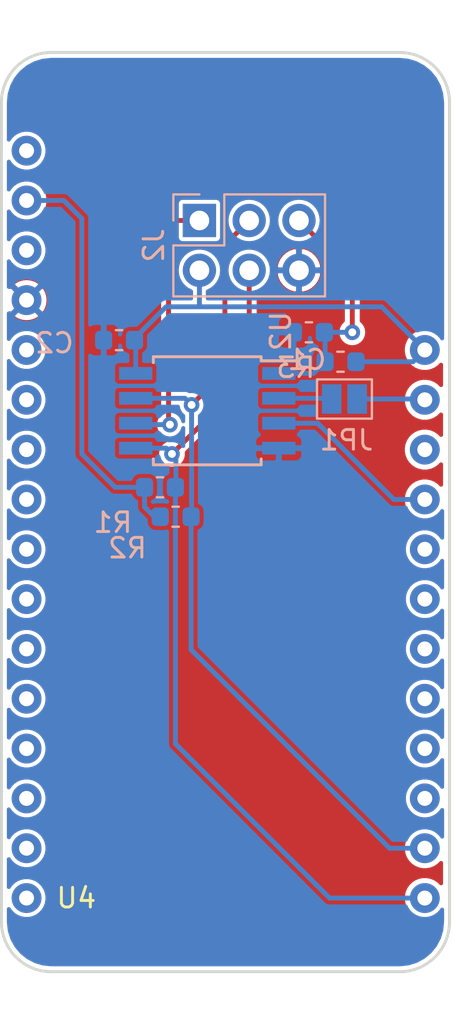
<source format=kicad_pcb>
(kicad_pcb (version 20171130) (host pcbnew "(5.1.0)-1")

  (general
    (thickness 1.6)
    (drawings 8)
    (tracks 61)
    (zones 0)
    (modules 9)
    (nets 11)
  )

  (page A4)
  (layers
    (0 F.Cu signal)
    (31 B.Cu signal)
    (32 B.Adhes user)
    (33 F.Adhes user)
    (34 B.Paste user)
    (35 F.Paste user)
    (36 B.SilkS user)
    (37 F.SilkS user)
    (38 B.Mask user)
    (39 F.Mask user)
    (40 Dwgs.User user)
    (41 Cmts.User user)
    (42 Eco1.User user)
    (43 Eco2.User user)
    (44 Edge.Cuts user)
    (45 Margin user)
    (46 B.CrtYd user hide)
    (47 F.CrtYd user hide)
    (48 B.Fab user hide)
    (49 F.Fab user hide)
  )

  (setup
    (last_trace_width 0.25)
    (user_trace_width 0.2)
    (user_trace_width 0.4)
    (trace_clearance 0.2)
    (zone_clearance 0.2)
    (zone_45_only no)
    (trace_min 0.2)
    (via_size 0.8)
    (via_drill 0.4)
    (via_min_size 0.4)
    (via_min_drill 0.3)
    (uvia_size 0.3)
    (uvia_drill 0.1)
    (uvias_allowed no)
    (uvia_min_size 0.2)
    (uvia_min_drill 0.1)
    (edge_width 0.15)
    (segment_width 0.2)
    (pcb_text_width 0.3)
    (pcb_text_size 1.5 1.5)
    (mod_edge_width 0.15)
    (mod_text_size 1 1)
    (mod_text_width 0.15)
    (pad_size 1.524 1.524)
    (pad_drill 0.762)
    (pad_to_mask_clearance 0.051)
    (solder_mask_min_width 0.25)
    (aux_axis_origin 0 0)
    (visible_elements 7FFFFFFF)
    (pcbplotparams
      (layerselection 0x010fc_ffffffff)
      (usegerberextensions false)
      (usegerberattributes false)
      (usegerberadvancedattributes false)
      (creategerberjobfile false)
      (excludeedgelayer true)
      (linewidth 0.100000)
      (plotframeref false)
      (viasonmask false)
      (mode 1)
      (useauxorigin false)
      (hpglpennumber 1)
      (hpglpenspeed 20)
      (hpglpendiameter 15.000000)
      (psnegative false)
      (psa4output false)
      (plotreference true)
      (plotvalue true)
      (plotinvisibletext false)
      (padsonsilk false)
      (subtractmaskfromsilk false)
      (outputformat 1)
      (mirror false)
      (drillshape 0)
      (scaleselection 1)
      (outputdirectory "Outputs"))
  )

  (net 0 "")
  (net 1 GND)
  (net 2 3v3)
  (net 3 LiPo+)
  (net 4 BoronEN)
  (net 5 SDA)
  (net 6 SCL)
  (net 7 ATTINYRQ)
  (net 8 /RST)
  (net 9 /MISO)
  (net 10 "Net-(JP1-Pad1)")

  (net_class Default "This is the default net class."
    (clearance 0.2)
    (trace_width 0.25)
    (via_dia 0.8)
    (via_drill 0.4)
    (uvia_dia 0.3)
    (uvia_drill 0.1)
    (add_net /MISO)
    (add_net /RST)
    (add_net 3v3)
    (add_net ATTINYRQ)
    (add_net BoronEN)
    (add_net GND)
    (add_net LiPo+)
    (add_net "Net-(JP1-Pad1)")
    (add_net SCL)
    (add_net SDA)
  )

  (module Capacitor_SMD:C_0603_1608Metric (layer B.Cu) (tedit 5B301BBE) (tstamp 5D8E43FA)
    (at 117.2875 79.8 180)
    (descr "Capacitor SMD 0603 (1608 Metric), square (rectangular) end terminal, IPC_7351 nominal, (Body size source: http://www.tortai-tech.com/upload/download/2011102023233369053.pdf), generated with kicad-footprint-generator")
    (tags capacitor)
    (path /5D90C45D)
    (attr smd)
    (fp_text reference C1 (at 0.1 -1.4 180) (layer B.SilkS)
      (effects (font (size 1 1) (thickness 0.15)) (justify mirror))
    )
    (fp_text value 0.01uF (at 0 -1.43 180) (layer B.Fab)
      (effects (font (size 1 1) (thickness 0.15)) (justify mirror))
    )
    (fp_text user %R (at 0 0 180) (layer B.Fab)
      (effects (font (size 0.4 0.4) (thickness 0.06)) (justify mirror))
    )
    (fp_line (start 1.48 -0.73) (end -1.48 -0.73) (layer B.CrtYd) (width 0.05))
    (fp_line (start 1.48 0.73) (end 1.48 -0.73) (layer B.CrtYd) (width 0.05))
    (fp_line (start -1.48 0.73) (end 1.48 0.73) (layer B.CrtYd) (width 0.05))
    (fp_line (start -1.48 -0.73) (end -1.48 0.73) (layer B.CrtYd) (width 0.05))
    (fp_line (start -0.162779 -0.51) (end 0.162779 -0.51) (layer B.SilkS) (width 0.12))
    (fp_line (start -0.162779 0.51) (end 0.162779 0.51) (layer B.SilkS) (width 0.12))
    (fp_line (start 0.8 -0.4) (end -0.8 -0.4) (layer B.Fab) (width 0.1))
    (fp_line (start 0.8 0.4) (end 0.8 -0.4) (layer B.Fab) (width 0.1))
    (fp_line (start -0.8 0.4) (end 0.8 0.4) (layer B.Fab) (width 0.1))
    (fp_line (start -0.8 -0.4) (end -0.8 0.4) (layer B.Fab) (width 0.1))
    (pad 2 smd roundrect (at 0.7875 0 180) (size 0.875 0.95) (layers B.Cu B.Paste B.Mask) (roundrect_rratio 0.25)
      (net 1 GND))
    (pad 1 smd roundrect (at -0.7875 0 180) (size 0.875 0.95) (layers B.Cu B.Paste B.Mask) (roundrect_rratio 0.25)
      (net 8 /RST))
    (model ${KISYS3DMOD}/Capacitor_SMD.3dshapes/C_0603_1608Metric.wrl
      (at (xyz 0 0 0))
      (scale (xyz 1 1 1))
      (rotate (xyz 0 0 0))
    )
  )

  (module Jumper:SolderJumper-2_P1.3mm_Open_Pad1.0x1.5mm (layer B.Cu) (tedit 5A3EABFC) (tstamp 5D8C94F4)
    (at 119.1 83.2 180)
    (descr "SMD Solder Jumper, 1x1.5mm Pads, 0.3mm gap, open")
    (tags "solder jumper open")
    (path /5D910E20)
    (attr virtual)
    (fp_text reference JP1 (at -0.1 -2.1 180) (layer B.SilkS)
      (effects (font (size 1 1) (thickness 0.15)) (justify mirror))
    )
    (fp_text value Jumper_NC_Small (at 0 -1.9 180) (layer B.Fab)
      (effects (font (size 1 1) (thickness 0.15)) (justify mirror))
    )
    (fp_line (start 1.65 -1.25) (end -1.65 -1.25) (layer B.CrtYd) (width 0.05))
    (fp_line (start 1.65 -1.25) (end 1.65 1.25) (layer B.CrtYd) (width 0.05))
    (fp_line (start -1.65 1.25) (end -1.65 -1.25) (layer B.CrtYd) (width 0.05))
    (fp_line (start -1.65 1.25) (end 1.65 1.25) (layer B.CrtYd) (width 0.05))
    (fp_line (start -1.4 1) (end 1.4 1) (layer B.SilkS) (width 0.12))
    (fp_line (start 1.4 1) (end 1.4 -1) (layer B.SilkS) (width 0.12))
    (fp_line (start 1.4 -1) (end -1.4 -1) (layer B.SilkS) (width 0.12))
    (fp_line (start -1.4 -1) (end -1.4 1) (layer B.SilkS) (width 0.12))
    (pad 1 smd rect (at -0.65 0 180) (size 1 1.5) (layers B.Cu B.Mask)
      (net 10 "Net-(JP1-Pad1)"))
    (pad 2 smd rect (at 0.65 0 180) (size 1 1.5) (layers B.Cu B.Mask)
      (net 4 BoronEN))
  )

  (module Margo_Lib:BoronV1.0 (layer F.Cu) (tedit 5D716CF4) (tstamp 5D8B1795)
    (at 102.88 108.64)
    (path /5D9840F9)
    (fp_text reference U4 (at 2.54 0) (layer F.SilkS)
      (effects (font (size 1 1) (thickness 0.15)))
    )
    (fp_text value BoronV1.0 (at 10.16 -40.64) (layer F.Fab)
      (effects (font (size 1 1) (thickness 0.15)))
    )
    (fp_text user USB (at 10.16 -43.18) (layer F.Fab)
      (effects (font (size 1 1) (thickness 0.15)))
    )
    (fp_line (start 6.35 -45.72) (end 6.35 -44.45) (layer F.Fab) (width 0.12))
    (fp_line (start 13.97 -45.72) (end 13.97 -44.45) (layer F.Fab) (width 0.12))
    (fp_line (start 6.35 -45.72) (end 13.97 -45.72) (layer F.Fab) (width 0.12))
    (fp_circle (center 19.05 3.81) (end 20.32 3.81) (layer F.Fab) (width 0.15))
    (fp_circle (center 1.27 3.81) (end 2.54 3.81) (layer F.Fab) (width 0.15))
    (fp_circle (center 19.05 -41.91) (end 20.32 -41.91) (layer B.CrtYd) (width 0.15))
    (fp_circle (center 1.27 -41.91) (end 2.54 -41.91) (layer F.Fab) (width 0.15))
    (fp_line (start 1.27 -44.45) (end 19.05 -44.45) (layer F.CrtYd) (width 0.15))
    (fp_line (start 21.59 -41.91) (end 21.59 3.81) (layer F.CrtYd) (width 0.15))
    (fp_line (start 19.05 6.35) (end 1.27 6.35) (layer F.CrtYd) (width 0.15))
    (fp_line (start -1.27 3.81) (end -1.27 -41.91) (layer F.CrtYd) (width 0.15))
    (fp_arc (start 1.27 3.81) (end -1.27 3.81) (angle -90) (layer F.CrtYd) (width 0.15))
    (fp_arc (start 19.05 3.81) (end 19.05 6.35) (angle -90) (layer F.CrtYd) (width 0.15))
    (fp_arc (start 19.05 -41.91) (end 21.59 -41.91) (angle -90) (layer F.CrtYd) (width 0.15))
    (fp_arc (start 1.27 -41.91) (end 1.27 -44.45) (angle -90) (layer F.CrtYd) (width 0.15))
    (pad 16 thru_hole circle (at 0 0) (size 1.524 1.524) (drill 0.762) (layers *.Cu *.Mask))
    (pad 1 thru_hole circle (at 0 -38.1) (size 1.524 1.524) (drill 0.762) (layers *.Cu *.Mask))
    (pad 2 thru_hole circle (at 0 -35.56) (size 1.524 1.524) (drill 0.762) (layers *.Cu *.Mask)
      (net 2 3v3))
    (pad 3 thru_hole circle (at 0 -33.02) (size 1.524 1.524) (drill 0.762) (layers *.Cu *.Mask))
    (pad 4 thru_hole circle (at 0 -30.48) (size 1.524 1.524) (drill 0.762) (layers *.Cu *.Mask)
      (net 1 GND))
    (pad 5 thru_hole circle (at 0 -27.94) (size 1.524 1.524) (drill 0.762) (layers *.Cu *.Mask))
    (pad 6 thru_hole circle (at 0 -25.4) (size 1.524 1.524) (drill 0.762) (layers *.Cu *.Mask))
    (pad 7 thru_hole circle (at 0 -22.86) (size 1.524 1.524) (drill 0.762) (layers *.Cu *.Mask))
    (pad 8 thru_hole circle (at 0 -20.32) (size 1.524 1.524) (drill 0.762) (layers *.Cu *.Mask))
    (pad 9 thru_hole circle (at 0 -17.78) (size 1.524 1.524) (drill 0.762) (layers *.Cu *.Mask))
    (pad 10 thru_hole circle (at 0 -15.24) (size 1.524 1.524) (drill 0.762) (layers *.Cu *.Mask))
    (pad 11 thru_hole circle (at 0 -12.7) (size 1.524 1.524) (drill 0.762) (layers *.Cu *.Mask))
    (pad 12 thru_hole circle (at 0 -10.16) (size 1.524 1.524) (drill 0.762) (layers *.Cu *.Mask))
    (pad 13 thru_hole circle (at 0 -7.62) (size 1.524 1.524) (drill 0.762) (layers *.Cu *.Mask))
    (pad 14 thru_hole circle (at 0 -5.08) (size 1.524 1.524) (drill 0.762) (layers *.Cu *.Mask))
    (pad 15 thru_hole circle (at 0 -2.54) (size 1.524 1.524) (drill 0.762) (layers *.Cu *.Mask))
    (pad 28 thru_hole circle (at 20.32 -27.94) (size 1.524 1.524) (drill 0.762) (layers *.Cu *.Mask)
      (net 3 LiPo+))
    (pad 17 thru_hole circle (at 20.32 0) (size 1.524 1.524) (drill 0.762) (layers *.Cu *.Mask)
      (net 5 SDA))
    (pad 18 thru_hole circle (at 20.32 -2.54) (size 1.524 1.524) (drill 0.762) (layers *.Cu *.Mask)
      (net 6 SCL))
    (pad 19 thru_hole circle (at 20.32 -5.08) (size 1.524 1.524) (drill 0.762) (layers *.Cu *.Mask))
    (pad 20 thru_hole circle (at 20.32 -7.62) (size 1.524 1.524) (drill 0.762) (layers *.Cu *.Mask))
    (pad 21 thru_hole circle (at 20.32 -10.16) (size 1.524 1.524) (drill 0.762) (layers *.Cu *.Mask))
    (pad 22 thru_hole circle (at 20.32 -12.7) (size 1.524 1.524) (drill 0.762) (layers *.Cu *.Mask))
    (pad 23 thru_hole circle (at 20.32 -15.24) (size 1.524 1.524) (drill 0.762) (layers *.Cu *.Mask))
    (pad 24 thru_hole circle (at 20.32 -17.78) (size 1.524 1.524) (drill 0.762) (layers *.Cu *.Mask))
    (pad 25 thru_hole circle (at 20.32 -20.32) (size 1.524 1.524) (drill 0.762) (layers *.Cu *.Mask)
      (net 7 ATTINYRQ))
    (pad 26 thru_hole circle (at 20.32 -22.86) (size 1.524 1.524) (drill 0.762) (layers *.Cu *.Mask))
    (pad 27 thru_hole circle (at 20.32 -25.4) (size 1.524 1.524) (drill 0.762) (layers *.Cu *.Mask)
      (net 10 "Net-(JP1-Pad1)"))
  )

  (module Connector_PinHeader_2.54mm:PinHeader_2x03_P2.54mm_Vertical (layer B.Cu) (tedit 59FED5CC) (tstamp 5D8BB7BD)
    (at 111.7 74.1 270)
    (descr "Through hole straight pin header, 2x03, 2.54mm pitch, double rows")
    (tags "Through hole pin header THT 2x03 2.54mm double row")
    (path /5D9924B1)
    (fp_text reference J2 (at 1.27 2.33 270) (layer B.SilkS)
      (effects (font (size 1 1) (thickness 0.15)) (justify mirror))
    )
    (fp_text value AVR-ISP-6 (at 1.27 -7.41 270) (layer B.Fab)
      (effects (font (size 1 1) (thickness 0.15)) (justify mirror))
    )
    (fp_text user %R (at 1.27 -2.54 180) (layer B.Fab)
      (effects (font (size 1 1) (thickness 0.15)) (justify mirror))
    )
    (fp_line (start 4.35 1.8) (end -1.8 1.8) (layer B.CrtYd) (width 0.05))
    (fp_line (start 4.35 -6.85) (end 4.35 1.8) (layer B.CrtYd) (width 0.05))
    (fp_line (start -1.8 -6.85) (end 4.35 -6.85) (layer B.CrtYd) (width 0.05))
    (fp_line (start -1.8 1.8) (end -1.8 -6.85) (layer B.CrtYd) (width 0.05))
    (fp_line (start -1.33 1.33) (end 0 1.33) (layer B.SilkS) (width 0.12))
    (fp_line (start -1.33 0) (end -1.33 1.33) (layer B.SilkS) (width 0.12))
    (fp_line (start 1.27 1.33) (end 3.87 1.33) (layer B.SilkS) (width 0.12))
    (fp_line (start 1.27 -1.27) (end 1.27 1.33) (layer B.SilkS) (width 0.12))
    (fp_line (start -1.33 -1.27) (end 1.27 -1.27) (layer B.SilkS) (width 0.12))
    (fp_line (start 3.87 1.33) (end 3.87 -6.41) (layer B.SilkS) (width 0.12))
    (fp_line (start -1.33 -1.27) (end -1.33 -6.41) (layer B.SilkS) (width 0.12))
    (fp_line (start -1.33 -6.41) (end 3.87 -6.41) (layer B.SilkS) (width 0.12))
    (fp_line (start -1.27 0) (end 0 1.27) (layer B.Fab) (width 0.1))
    (fp_line (start -1.27 -6.35) (end -1.27 0) (layer B.Fab) (width 0.1))
    (fp_line (start 3.81 -6.35) (end -1.27 -6.35) (layer B.Fab) (width 0.1))
    (fp_line (start 3.81 1.27) (end 3.81 -6.35) (layer B.Fab) (width 0.1))
    (fp_line (start 0 1.27) (end 3.81 1.27) (layer B.Fab) (width 0.1))
    (pad 6 thru_hole oval (at 2.54 -5.08 270) (size 1.7 1.7) (drill 1) (layers *.Cu *.Mask)
      (net 1 GND))
    (pad 5 thru_hole oval (at 0 -5.08 270) (size 1.7 1.7) (drill 1) (layers *.Cu *.Mask)
      (net 8 /RST))
    (pad 4 thru_hole oval (at 2.54 -2.54 270) (size 1.7 1.7) (drill 1) (layers *.Cu *.Mask)
      (net 5 SDA))
    (pad 3 thru_hole oval (at 0 -2.54 270) (size 1.7 1.7) (drill 1) (layers *.Cu *.Mask)
      (net 6 SCL))
    (pad 2 thru_hole oval (at 2.54 0 270) (size 1.7 1.7) (drill 1) (layers *.Cu *.Mask)
      (net 3 LiPo+))
    (pad 1 thru_hole rect (at 0 0 270) (size 1.7 1.7) (drill 1) (layers *.Cu *.Mask)
      (net 9 /MISO))
    (model ${KISYS3DMOD}/Connector_PinHeader_2.54mm.3dshapes/PinHeader_2x03_P2.54mm_Vertical.wrl
      (at (xyz 0 0 0))
      (scale (xyz 1 1 1))
      (rotate (xyz 0 0 0))
    )
  )

  (module Package_SO:SOIJ-8_5.3x5.3mm_P1.27mm (layer B.Cu) (tedit 5A02F2D3) (tstamp 5D8ACFF1)
    (at 112.1 83.8 180)
    (descr "8-Lead Plastic Small Outline (SM) - Medium, 5.28 mm Body [SOIC] (see Microchip Packaging Specification 00000049BS.pdf)")
    (tags "SOIC 1.27")
    (path /5D9422A8)
    (attr smd)
    (fp_text reference U2 (at -3.75 4.055 270) (layer B.SilkS)
      (effects (font (size 1 1) (thickness 0.15)) (justify mirror))
    )
    (fp_text value ATtiny45-20SU (at 0 -3.68 180) (layer B.Fab)
      (effects (font (size 1 1) (thickness 0.15)) (justify mirror))
    )
    (fp_line (start -2.75 2.55) (end -4.5 2.55) (layer B.SilkS) (width 0.15))
    (fp_line (start -2.75 -2.755) (end 2.75 -2.755) (layer B.SilkS) (width 0.15))
    (fp_line (start -2.75 2.755) (end 2.75 2.755) (layer B.SilkS) (width 0.15))
    (fp_line (start -2.75 -2.755) (end -2.75 -2.455) (layer B.SilkS) (width 0.15))
    (fp_line (start 2.75 -2.755) (end 2.75 -2.455) (layer B.SilkS) (width 0.15))
    (fp_line (start 2.75 2.755) (end 2.75 2.455) (layer B.SilkS) (width 0.15))
    (fp_line (start -2.75 2.755) (end -2.75 2.55) (layer B.SilkS) (width 0.15))
    (fp_line (start -4.75 -2.95) (end 4.75 -2.95) (layer B.CrtYd) (width 0.05))
    (fp_line (start -4.75 2.95) (end 4.75 2.95) (layer B.CrtYd) (width 0.05))
    (fp_line (start 4.75 2.95) (end 4.75 -2.95) (layer B.CrtYd) (width 0.05))
    (fp_line (start -4.75 2.95) (end -4.75 -2.95) (layer B.CrtYd) (width 0.05))
    (fp_line (start -2.65 1.65) (end -1.65 2.65) (layer B.Fab) (width 0.15))
    (fp_line (start -2.65 -2.65) (end -2.65 1.65) (layer B.Fab) (width 0.15))
    (fp_line (start 2.65 -2.65) (end -2.65 -2.65) (layer B.Fab) (width 0.15))
    (fp_line (start 2.65 2.65) (end 2.65 -2.65) (layer B.Fab) (width 0.15))
    (fp_line (start -1.65 2.65) (end 2.65 2.65) (layer B.Fab) (width 0.15))
    (fp_text user %R (at 0 0 180) (layer B.Fab)
      (effects (font (size 1 1) (thickness 0.15)) (justify mirror))
    )
    (pad 8 smd rect (at 3.65 1.905 180) (size 1.7 0.65) (layers B.Cu B.Paste B.Mask)
      (net 3 LiPo+))
    (pad 7 smd rect (at 3.65 0.635 180) (size 1.7 0.65) (layers B.Cu B.Paste B.Mask)
      (net 6 SCL))
    (pad 6 smd rect (at 3.65 -0.635 180) (size 1.7 0.65) (layers B.Cu B.Paste B.Mask)
      (net 9 /MISO))
    (pad 5 smd rect (at 3.65 -1.905 180) (size 1.7 0.65) (layers B.Cu B.Paste B.Mask)
      (net 5 SDA))
    (pad 4 smd rect (at -3.65 -1.905 180) (size 1.7 0.65) (layers B.Cu B.Paste B.Mask)
      (net 1 GND))
    (pad 3 smd rect (at -3.65 -0.635 180) (size 1.7 0.65) (layers B.Cu B.Paste B.Mask)
      (net 7 ATTINYRQ))
    (pad 2 smd rect (at -3.65 0.635 180) (size 1.7 0.65) (layers B.Cu B.Paste B.Mask)
      (net 4 BoronEN))
    (pad 1 smd rect (at -3.65 1.905 180) (size 1.7 0.65) (layers B.Cu B.Paste B.Mask)
      (net 8 /RST))
    (model ${KISYS3DMOD}/Package_SO.3dshapes/SOIJ-8_5.3x5.3mm_P1.27mm.wrl
      (at (xyz 0 0 0))
      (scale (xyz 1 1 1))
      (rotate (xyz 0 0 0))
    )
  )

  (module Resistor_SMD:R_0603_1608Metric (layer B.Cu) (tedit 5B301BBD) (tstamp 5D8ACF29)
    (at 118.9 81.3 180)
    (descr "Resistor SMD 0603 (1608 Metric), square (rectangular) end terminal, IPC_7351 nominal, (Body size source: http://www.tortai-tech.com/upload/download/2011102023233369053.pdf), generated with kicad-footprint-generator")
    (tags resistor)
    (path /5D959DA0)
    (attr smd)
    (fp_text reference R3 (at 2.2875 -0.3 180) (layer B.SilkS)
      (effects (font (size 1 1) (thickness 0.15)) (justify mirror))
    )
    (fp_text value 10k (at 0 -1.43 180) (layer B.Fab)
      (effects (font (size 1 1) (thickness 0.15)) (justify mirror))
    )
    (fp_text user %R (at 0 0 180) (layer B.Fab)
      (effects (font (size 0.4 0.4) (thickness 0.06)) (justify mirror))
    )
    (fp_line (start 1.48 -0.73) (end -1.48 -0.73) (layer B.CrtYd) (width 0.05))
    (fp_line (start 1.48 0.73) (end 1.48 -0.73) (layer B.CrtYd) (width 0.05))
    (fp_line (start -1.48 0.73) (end 1.48 0.73) (layer B.CrtYd) (width 0.05))
    (fp_line (start -1.48 -0.73) (end -1.48 0.73) (layer B.CrtYd) (width 0.05))
    (fp_line (start -0.162779 -0.51) (end 0.162779 -0.51) (layer B.SilkS) (width 0.12))
    (fp_line (start -0.162779 0.51) (end 0.162779 0.51) (layer B.SilkS) (width 0.12))
    (fp_line (start 0.8 -0.4) (end -0.8 -0.4) (layer B.Fab) (width 0.1))
    (fp_line (start 0.8 0.4) (end 0.8 -0.4) (layer B.Fab) (width 0.1))
    (fp_line (start -0.8 0.4) (end 0.8 0.4) (layer B.Fab) (width 0.1))
    (fp_line (start -0.8 -0.4) (end -0.8 0.4) (layer B.Fab) (width 0.1))
    (pad 2 smd roundrect (at 0.7875 0 180) (size 0.875 0.95) (layers B.Cu B.Paste B.Mask) (roundrect_rratio 0.25)
      (net 8 /RST))
    (pad 1 smd roundrect (at -0.7875 0 180) (size 0.875 0.95) (layers B.Cu B.Paste B.Mask) (roundrect_rratio 0.25)
      (net 3 LiPo+))
    (model ${KISYS3DMOD}/Resistor_SMD.3dshapes/R_0603_1608Metric.wrl
      (at (xyz 0 0 0))
      (scale (xyz 1 1 1))
      (rotate (xyz 0 0 0))
    )
  )

  (module Resistor_SMD:R_0603_1608Metric (layer B.Cu) (tedit 5B301BBD) (tstamp 5D8E5BAB)
    (at 110.4875 89.2 180)
    (descr "Resistor SMD 0603 (1608 Metric), square (rectangular) end terminal, IPC_7351 nominal, (Body size source: http://www.tortai-tech.com/upload/download/2011102023233369053.pdf), generated with kicad-footprint-generator")
    (tags resistor)
    (path /5D90AA56)
    (attr smd)
    (fp_text reference R2 (at 2.4625 -1.6 180) (layer B.SilkS)
      (effects (font (size 1 1) (thickness 0.15)) (justify mirror))
    )
    (fp_text value 4.7k (at 0 -1.43 180) (layer B.Fab)
      (effects (font (size 1 1) (thickness 0.15)) (justify mirror))
    )
    (fp_text user %R (at 0 0 180) (layer B.Fab)
      (effects (font (size 0.4 0.4) (thickness 0.06)) (justify mirror))
    )
    (fp_line (start 1.48 -0.73) (end -1.48 -0.73) (layer B.CrtYd) (width 0.05))
    (fp_line (start 1.48 0.73) (end 1.48 -0.73) (layer B.CrtYd) (width 0.05))
    (fp_line (start -1.48 0.73) (end 1.48 0.73) (layer B.CrtYd) (width 0.05))
    (fp_line (start -1.48 -0.73) (end -1.48 0.73) (layer B.CrtYd) (width 0.05))
    (fp_line (start -0.162779 -0.51) (end 0.162779 -0.51) (layer B.SilkS) (width 0.12))
    (fp_line (start -0.162779 0.51) (end 0.162779 0.51) (layer B.SilkS) (width 0.12))
    (fp_line (start 0.8 -0.4) (end -0.8 -0.4) (layer B.Fab) (width 0.1))
    (fp_line (start 0.8 0.4) (end 0.8 -0.4) (layer B.Fab) (width 0.1))
    (fp_line (start -0.8 0.4) (end 0.8 0.4) (layer B.Fab) (width 0.1))
    (fp_line (start -0.8 -0.4) (end -0.8 0.4) (layer B.Fab) (width 0.1))
    (pad 2 smd roundrect (at 0.7875 0 180) (size 0.875 0.95) (layers B.Cu B.Paste B.Mask) (roundrect_rratio 0.25)
      (net 2 3v3))
    (pad 1 smd roundrect (at -0.7875 0 180) (size 0.875 0.95) (layers B.Cu B.Paste B.Mask) (roundrect_rratio 0.25)
      (net 6 SCL))
    (model ${KISYS3DMOD}/Resistor_SMD.3dshapes/R_0603_1608Metric.wrl
      (at (xyz 0 0 0))
      (scale (xyz 1 1 1))
      (rotate (xyz 0 0 0))
    )
  )

  (module Resistor_SMD:R_0603_1608Metric (layer B.Cu) (tedit 5B301BBD) (tstamp 5D8ACF07)
    (at 109.6875 87.7 180)
    (descr "Resistor SMD 0603 (1608 Metric), square (rectangular) end terminal, IPC_7351 nominal, (Body size source: http://www.tortai-tech.com/upload/download/2011102023233369053.pdf), generated with kicad-footprint-generator")
    (tags resistor)
    (path /5D9101E3)
    (attr smd)
    (fp_text reference R1 (at 2.4 -1.8 180) (layer B.SilkS)
      (effects (font (size 1 1) (thickness 0.15)) (justify mirror))
    )
    (fp_text value 4.7k (at 0 -1.43 180) (layer B.Fab)
      (effects (font (size 1 1) (thickness 0.15)) (justify mirror))
    )
    (fp_text user %R (at 0 0 180) (layer B.Fab)
      (effects (font (size 0.4 0.4) (thickness 0.06)) (justify mirror))
    )
    (fp_line (start 1.48 -0.73) (end -1.48 -0.73) (layer B.CrtYd) (width 0.05))
    (fp_line (start 1.48 0.73) (end 1.48 -0.73) (layer B.CrtYd) (width 0.05))
    (fp_line (start -1.48 0.73) (end 1.48 0.73) (layer B.CrtYd) (width 0.05))
    (fp_line (start -1.48 -0.73) (end -1.48 0.73) (layer B.CrtYd) (width 0.05))
    (fp_line (start -0.162779 -0.51) (end 0.162779 -0.51) (layer B.SilkS) (width 0.12))
    (fp_line (start -0.162779 0.51) (end 0.162779 0.51) (layer B.SilkS) (width 0.12))
    (fp_line (start 0.8 -0.4) (end -0.8 -0.4) (layer B.Fab) (width 0.1))
    (fp_line (start 0.8 0.4) (end 0.8 -0.4) (layer B.Fab) (width 0.1))
    (fp_line (start -0.8 0.4) (end 0.8 0.4) (layer B.Fab) (width 0.1))
    (fp_line (start -0.8 -0.4) (end -0.8 0.4) (layer B.Fab) (width 0.1))
    (pad 2 smd roundrect (at 0.7875 0 180) (size 0.875 0.95) (layers B.Cu B.Paste B.Mask) (roundrect_rratio 0.25)
      (net 2 3v3))
    (pad 1 smd roundrect (at -0.7875 0 180) (size 0.875 0.95) (layers B.Cu B.Paste B.Mask) (roundrect_rratio 0.25)
      (net 5 SDA))
    (model ${KISYS3DMOD}/Resistor_SMD.3dshapes/R_0603_1608Metric.wrl
      (at (xyz 0 0 0))
      (scale (xyz 1 1 1))
      (rotate (xyz 0 0 0))
    )
  )

  (module Capacitor_SMD:C_0603_1608Metric (layer B.Cu) (tedit 5B301BBE) (tstamp 5D8ACDCA)
    (at 107.6 80.2 180)
    (descr "Capacitor SMD 0603 (1608 Metric), square (rectangular) end terminal, IPC_7351 nominal, (Body size source: http://www.tortai-tech.com/upload/download/2011102023233369053.pdf), generated with kicad-footprint-generator")
    (tags capacitor)
    (path /5D949244)
    (attr smd)
    (fp_text reference C2 (at 3.3 -0.15 180) (layer B.SilkS)
      (effects (font (size 1 1) (thickness 0.15)) (justify mirror))
    )
    (fp_text value 0.01uF (at 0 -1.43 180) (layer B.Fab)
      (effects (font (size 1 1) (thickness 0.15)) (justify mirror))
    )
    (fp_text user %R (at 0 0 180) (layer B.Fab)
      (effects (font (size 0.4 0.4) (thickness 0.06)) (justify mirror))
    )
    (fp_line (start 1.48 -0.73) (end -1.48 -0.73) (layer B.CrtYd) (width 0.05))
    (fp_line (start 1.48 0.73) (end 1.48 -0.73) (layer B.CrtYd) (width 0.05))
    (fp_line (start -1.48 0.73) (end 1.48 0.73) (layer B.CrtYd) (width 0.05))
    (fp_line (start -1.48 -0.73) (end -1.48 0.73) (layer B.CrtYd) (width 0.05))
    (fp_line (start -0.162779 -0.51) (end 0.162779 -0.51) (layer B.SilkS) (width 0.12))
    (fp_line (start -0.162779 0.51) (end 0.162779 0.51) (layer B.SilkS) (width 0.12))
    (fp_line (start 0.8 -0.4) (end -0.8 -0.4) (layer B.Fab) (width 0.1))
    (fp_line (start 0.8 0.4) (end 0.8 -0.4) (layer B.Fab) (width 0.1))
    (fp_line (start -0.8 0.4) (end 0.8 0.4) (layer B.Fab) (width 0.1))
    (fp_line (start -0.8 -0.4) (end -0.8 0.4) (layer B.Fab) (width 0.1))
    (pad 2 smd roundrect (at 0.7875 0 180) (size 0.875 0.95) (layers B.Cu B.Paste B.Mask) (roundrect_rratio 0.25)
      (net 1 GND))
    (pad 1 smd roundrect (at -0.7875 0 180) (size 0.875 0.95) (layers B.Cu B.Paste B.Mask) (roundrect_rratio 0.25)
      (net 3 LiPo+))
    (model ${KISYS3DMOD}/Capacitor_SMD.3dshapes/C_0603_1608Metric.wrl
      (at (xyz 0 0 0))
      (scale (xyz 1 1 1))
      (rotate (xyz 0 0 0))
    )
  )

  (gr_arc (start 104.14 109.855) (end 101.6 109.855) (angle -90) (layer Edge.Cuts) (width 0.15) (tstamp 5CA75299))
  (gr_arc (start 121.92 109.855) (end 121.92 112.395) (angle -90) (layer Edge.Cuts) (width 0.15) (tstamp 5CA75299))
  (gr_arc (start 121.92 68.075) (end 124.46 68.075) (angle -90) (layer Edge.Cuts) (width 0.15) (tstamp 5CA75299))
  (gr_arc (start 104.14 68.075) (end 104.14 65.535) (angle -90) (layer Edge.Cuts) (width 0.15))
  (gr_line (start 101.6 109.855) (end 101.6 68.075) (layer Edge.Cuts) (width 0.15))
  (gr_line (start 121.92 112.395) (end 104.14 112.395) (layer Edge.Cuts) (width 0.15))
  (gr_line (start 124.46 68.075) (end 124.46 109.855) (layer Edge.Cuts) (width 0.15))
  (gr_line (start 104.14 65.535) (end 121.92 65.535) (layer Edge.Cuts) (width 0.15))

  (segment (start 102.88 73.08) (end 104.78 73.08) (width 0.25) (layer B.Cu) (net 2))
  (segment (start 104.78 73.08) (end 105.7 74) (width 0.25) (layer B.Cu) (net 2))
  (segment (start 105.7 74) (end 105.7 86) (width 0.25) (layer B.Cu) (net 2))
  (segment (start 107.4 87.7) (end 108.9 87.7) (width 0.25) (layer B.Cu) (net 2))
  (segment (start 105.7 86) (end 107.4 87.7) (width 0.25) (layer B.Cu) (net 2))
  (segment (start 108.9 88.7) (end 108.9 87.7) (width 0.25) (layer B.Cu) (net 2))
  (segment (start 109.7 89.2) (end 109.4 89.2) (width 0.25) (layer B.Cu) (net 2))
  (segment (start 109.4 89.2) (end 108.9 88.7) (width 0.25) (layer B.Cu) (net 2))
  (segment (start 122.6 81.3) (end 123.2 80.7) (width 0.25) (layer B.Cu) (net 3))
  (segment (start 119.6875 81.3) (end 122.6 81.3) (width 0.25) (layer B.Cu) (net 3))
  (segment (start 108.45 80.2625) (end 108.3875 80.2) (width 0.25) (layer B.Cu) (net 3))
  (segment (start 108.45 81.895) (end 108.45 80.2625) (width 0.25) (layer B.Cu) (net 3))
  (segment (start 121 78.5) (end 123.2 80.7) (width 0.25) (layer B.Cu) (net 3))
  (segment (start 108.3875 80.2) (end 108.3875 80.1125) (width 0.25) (layer B.Cu) (net 3))
  (segment (start 108.3875 80.1125) (end 110 78.5) (width 0.25) (layer B.Cu) (net 3))
  (segment (start 111.7 77.842081) (end 111.7 78.5) (width 0.25) (layer B.Cu) (net 3))
  (segment (start 111.7 76.64) (end 111.7 77.842081) (width 0.25) (layer B.Cu) (net 3))
  (segment (start 110 78.5) (end 111.7 78.5) (width 0.25) (layer B.Cu) (net 3))
  (segment (start 111.7 78.5) (end 121 78.5) (width 0.25) (layer B.Cu) (net 3))
  (segment (start 119.615 83.165) (end 119.85 83.4) (width 0.25) (layer B.Cu) (net 10))
  (segment (start 115.7 83.165) (end 118.565 83.165) (width 0.25) (layer B.Cu) (net 4))
  (segment (start 110.475 87.7) (end 110.475 100.775) (width 0.25) (layer B.Cu) (net 5))
  (segment (start 118.34 108.64) (end 123.2 108.64) (width 0.25) (layer B.Cu) (net 5))
  (segment (start 110.475 100.775) (end 118.34 108.64) (width 0.25) (layer B.Cu) (net 5))
  (via (at 110.3 86) (size 0.8) (drill 0.4) (layers F.Cu B.Cu) (net 5))
  (segment (start 114.24 76.64) (end 114.24 82.06) (width 0.25) (layer F.Cu) (net 5))
  (segment (start 114.24 82.06) (end 110.3 86) (width 0.25) (layer F.Cu) (net 5))
  (segment (start 110.005 85.705) (end 108.45 85.705) (width 0.25) (layer B.Cu) (net 5))
  (segment (start 110.5 87.4625) (end 110.5 86.2) (width 0.25) (layer B.Cu) (net 5))
  (segment (start 110.5 86.2) (end 110.005 85.705) (width 0.25) (layer B.Cu) (net 5))
  (segment (start 123.2 106.1) (end 121.4 106.1) (width 0.25) (layer B.Cu) (net 6))
  (segment (start 111.275 95.975) (end 111.275 89.2) (width 0.25) (layer B.Cu) (net 6))
  (segment (start 121.4 106.1) (end 111.275 95.975) (width 0.25) (layer B.Cu) (net 6))
  (via (at 111.3 83.500016) (size 0.8) (drill 0.4) (layers F.Cu B.Cu) (net 6))
  (segment (start 113 81.800016) (end 111.699999 83.100017) (width 0.25) (layer F.Cu) (net 6))
  (segment (start 111.699999 83.100017) (end 111.3 83.500016) (width 0.25) (layer F.Cu) (net 6))
  (segment (start 113 75.34) (end 113 81.800016) (width 0.25) (layer F.Cu) (net 6))
  (segment (start 114.24 74.1) (end 113 75.34) (width 0.25) (layer F.Cu) (net 6))
  (segment (start 110.964984 83.165) (end 111.3 83.500016) (width 0.25) (layer B.Cu) (net 6))
  (segment (start 111.3 89.1) (end 111.3 83.500016) (width 0.25) (layer B.Cu) (net 6))
  (segment (start 108.45 83.165) (end 110.964984 83.165) (width 0.25) (layer B.Cu) (net 6))
  (segment (start 115.75 84.435) (end 117.735 84.435) (width 0.25) (layer B.Cu) (net 7))
  (segment (start 121.62 88.32) (end 123.2 88.32) (width 0.25) (layer B.Cu) (net 7))
  (segment (start 117.735 84.435) (end 121.62 88.32) (width 0.25) (layer B.Cu) (net 7))
  (segment (start 117.5175 81.895) (end 118.1125 81.3) (width 0.25) (layer B.Cu) (net 8))
  (segment (start 115.75 81.895) (end 117.5175 81.895) (width 0.25) (layer B.Cu) (net 8))
  (segment (start 118.1125 79.8375) (end 118.075 79.8) (width 0.25) (layer B.Cu) (net 8))
  (segment (start 118.1125 81.3) (end 118.1125 79.8375) (width 0.25) (layer B.Cu) (net 8))
  (via (at 119.5 79.8) (size 0.8) (drill 0.4) (layers F.Cu B.Cu) (net 8))
  (segment (start 116.78 74.1) (end 119.5 76.82) (width 0.25) (layer F.Cu) (net 8))
  (segment (start 119.5 76.82) (end 119.5 79.8) (width 0.25) (layer F.Cu) (net 8))
  (segment (start 119.5 79.8) (end 118.075 79.8) (width 0.25) (layer B.Cu) (net 8))
  (via (at 110.195068 84.505691) (size 0.8) (drill 0.4) (layers F.Cu B.Cu) (net 9))
  (segment (start 110.124999 84.435622) (end 110.195068 84.505691) (width 0.25) (layer F.Cu) (net 9))
  (segment (start 110.124999 74.575001) (end 110.124999 84.435622) (width 0.25) (layer F.Cu) (net 9))
  (segment (start 111.7 74.1) (end 110.6 74.1) (width 0.25) (layer F.Cu) (net 9))
  (segment (start 110.6 74.1) (end 110.124999 74.575001) (width 0.25) (layer F.Cu) (net 9))
  (segment (start 108.520691 84.505691) (end 108.45 84.435) (width 0.25) (layer B.Cu) (net 9))
  (segment (start 110.195068 84.505691) (end 108.520691 84.505691) (width 0.25) (layer B.Cu) (net 9))
  (segment (start 123.16 83.2) (end 123.2 83.24) (width 0.25) (layer B.Cu) (net 10))
  (segment (start 119.75 83.2) (end 123.16 83.2) (width 0.25) (layer B.Cu) (net 10))

  (zone (net 1) (net_name GND) (layer F.Cu) (tstamp 5D8CA8B1) (hatch edge 0.508)
    (connect_pads (clearance 0.254))
    (min_thickness 0.2)
    (fill yes (arc_segments 16) (thermal_gap 0.254) (thermal_bridge_width 0.254))
    (polygon
      (pts
        (xy 101.6 65.5) (xy 124.46 65.5) (xy 124.714 112.522) (xy 101.6 112.522)
      )
    )
    (filled_polygon
      (pts
        (xy 122.329632 66.006223) (xy 122.723654 66.125184) (xy 123.087071 66.318416) (xy 123.406031 66.578553) (xy 123.668393 66.895695)
        (xy 123.864157 67.257753) (xy 123.985868 67.650936) (xy 124.031 68.080342) (xy 124.031 79.952737) (xy 123.911409 79.833146)
        (xy 123.728624 79.711013) (xy 123.525525 79.626887) (xy 123.309916 79.584) (xy 123.090084 79.584) (xy 122.874475 79.626887)
        (xy 122.671376 79.711013) (xy 122.488591 79.833146) (xy 122.333146 79.988591) (xy 122.211013 80.171376) (xy 122.126887 80.374475)
        (xy 122.084 80.590084) (xy 122.084 80.809916) (xy 122.126887 81.025525) (xy 122.211013 81.228624) (xy 122.333146 81.411409)
        (xy 122.488591 81.566854) (xy 122.671376 81.688987) (xy 122.874475 81.773113) (xy 123.090084 81.816) (xy 123.309916 81.816)
        (xy 123.525525 81.773113) (xy 123.728624 81.688987) (xy 123.911409 81.566854) (xy 124.031 81.447263) (xy 124.031 82.492737)
        (xy 123.911409 82.373146) (xy 123.728624 82.251013) (xy 123.525525 82.166887) (xy 123.309916 82.124) (xy 123.090084 82.124)
        (xy 122.874475 82.166887) (xy 122.671376 82.251013) (xy 122.488591 82.373146) (xy 122.333146 82.528591) (xy 122.211013 82.711376)
        (xy 122.126887 82.914475) (xy 122.084 83.130084) (xy 122.084 83.349916) (xy 122.126887 83.565525) (xy 122.211013 83.768624)
        (xy 122.333146 83.951409) (xy 122.488591 84.106854) (xy 122.671376 84.228987) (xy 122.874475 84.313113) (xy 123.090084 84.356)
        (xy 123.309916 84.356) (xy 123.525525 84.313113) (xy 123.728624 84.228987) (xy 123.911409 84.106854) (xy 124.031 83.987263)
        (xy 124.031 85.032737) (xy 123.911409 84.913146) (xy 123.728624 84.791013) (xy 123.525525 84.706887) (xy 123.309916 84.664)
        (xy 123.090084 84.664) (xy 122.874475 84.706887) (xy 122.671376 84.791013) (xy 122.488591 84.913146) (xy 122.333146 85.068591)
        (xy 122.211013 85.251376) (xy 122.126887 85.454475) (xy 122.084 85.670084) (xy 122.084 85.889916) (xy 122.126887 86.105525)
        (xy 122.211013 86.308624) (xy 122.333146 86.491409) (xy 122.488591 86.646854) (xy 122.671376 86.768987) (xy 122.874475 86.853113)
        (xy 123.090084 86.896) (xy 123.309916 86.896) (xy 123.525525 86.853113) (xy 123.728624 86.768987) (xy 123.911409 86.646854)
        (xy 124.031 86.527263) (xy 124.031 87.572737) (xy 123.911409 87.453146) (xy 123.728624 87.331013) (xy 123.525525 87.246887)
        (xy 123.309916 87.204) (xy 123.090084 87.204) (xy 122.874475 87.246887) (xy 122.671376 87.331013) (xy 122.488591 87.453146)
        (xy 122.333146 87.608591) (xy 122.211013 87.791376) (xy 122.126887 87.994475) (xy 122.084 88.210084) (xy 122.084 88.429916)
        (xy 122.126887 88.645525) (xy 122.211013 88.848624) (xy 122.333146 89.031409) (xy 122.488591 89.186854) (xy 122.671376 89.308987)
        (xy 122.874475 89.393113) (xy 123.090084 89.436) (xy 123.309916 89.436) (xy 123.525525 89.393113) (xy 123.728624 89.308987)
        (xy 123.911409 89.186854) (xy 124.031001 89.067262) (xy 124.031001 90.112738) (xy 123.911409 89.993146) (xy 123.728624 89.871013)
        (xy 123.525525 89.786887) (xy 123.309916 89.744) (xy 123.090084 89.744) (xy 122.874475 89.786887) (xy 122.671376 89.871013)
        (xy 122.488591 89.993146) (xy 122.333146 90.148591) (xy 122.211013 90.331376) (xy 122.126887 90.534475) (xy 122.084 90.750084)
        (xy 122.084 90.969916) (xy 122.126887 91.185525) (xy 122.211013 91.388624) (xy 122.333146 91.571409) (xy 122.488591 91.726854)
        (xy 122.671376 91.848987) (xy 122.874475 91.933113) (xy 123.090084 91.976) (xy 123.309916 91.976) (xy 123.525525 91.933113)
        (xy 123.728624 91.848987) (xy 123.911409 91.726854) (xy 124.031001 91.607262) (xy 124.031001 92.652738) (xy 123.911409 92.533146)
        (xy 123.728624 92.411013) (xy 123.525525 92.326887) (xy 123.309916 92.284) (xy 123.090084 92.284) (xy 122.874475 92.326887)
        (xy 122.671376 92.411013) (xy 122.488591 92.533146) (xy 122.333146 92.688591) (xy 122.211013 92.871376) (xy 122.126887 93.074475)
        (xy 122.084 93.290084) (xy 122.084 93.509916) (xy 122.126887 93.725525) (xy 122.211013 93.928624) (xy 122.333146 94.111409)
        (xy 122.488591 94.266854) (xy 122.671376 94.388987) (xy 122.874475 94.473113) (xy 123.090084 94.516) (xy 123.309916 94.516)
        (xy 123.525525 94.473113) (xy 123.728624 94.388987) (xy 123.911409 94.266854) (xy 124.031001 94.147262) (xy 124.031001 95.192738)
        (xy 123.911409 95.073146) (xy 123.728624 94.951013) (xy 123.525525 94.866887) (xy 123.309916 94.824) (xy 123.090084 94.824)
        (xy 122.874475 94.866887) (xy 122.671376 94.951013) (xy 122.488591 95.073146) (xy 122.333146 95.228591) (xy 122.211013 95.411376)
        (xy 122.126887 95.614475) (xy 122.084 95.830084) (xy 122.084 96.049916) (xy 122.126887 96.265525) (xy 122.211013 96.468624)
        (xy 122.333146 96.651409) (xy 122.488591 96.806854) (xy 122.671376 96.928987) (xy 122.874475 97.013113) (xy 123.090084 97.056)
        (xy 123.309916 97.056) (xy 123.525525 97.013113) (xy 123.728624 96.928987) (xy 123.911409 96.806854) (xy 124.031001 96.687262)
        (xy 124.031001 97.732738) (xy 123.911409 97.613146) (xy 123.728624 97.491013) (xy 123.525525 97.406887) (xy 123.309916 97.364)
        (xy 123.090084 97.364) (xy 122.874475 97.406887) (xy 122.671376 97.491013) (xy 122.488591 97.613146) (xy 122.333146 97.768591)
        (xy 122.211013 97.951376) (xy 122.126887 98.154475) (xy 122.084 98.370084) (xy 122.084 98.589916) (xy 122.126887 98.805525)
        (xy 122.211013 99.008624) (xy 122.333146 99.191409) (xy 122.488591 99.346854) (xy 122.671376 99.468987) (xy 122.874475 99.553113)
        (xy 123.090084 99.596) (xy 123.309916 99.596) (xy 123.525525 99.553113) (xy 123.728624 99.468987) (xy 123.911409 99.346854)
        (xy 124.031001 99.227262) (xy 124.031001 100.272738) (xy 123.911409 100.153146) (xy 123.728624 100.031013) (xy 123.525525 99.946887)
        (xy 123.309916 99.904) (xy 123.090084 99.904) (xy 122.874475 99.946887) (xy 122.671376 100.031013) (xy 122.488591 100.153146)
        (xy 122.333146 100.308591) (xy 122.211013 100.491376) (xy 122.126887 100.694475) (xy 122.084 100.910084) (xy 122.084 101.129916)
        (xy 122.126887 101.345525) (xy 122.211013 101.548624) (xy 122.333146 101.731409) (xy 122.488591 101.886854) (xy 122.671376 102.008987)
        (xy 122.874475 102.093113) (xy 123.090084 102.136) (xy 123.309916 102.136) (xy 123.525525 102.093113) (xy 123.728624 102.008987)
        (xy 123.911409 101.886854) (xy 124.031001 101.767262) (xy 124.031001 102.812738) (xy 123.911409 102.693146) (xy 123.728624 102.571013)
        (xy 123.525525 102.486887) (xy 123.309916 102.444) (xy 123.090084 102.444) (xy 122.874475 102.486887) (xy 122.671376 102.571013)
        (xy 122.488591 102.693146) (xy 122.333146 102.848591) (xy 122.211013 103.031376) (xy 122.126887 103.234475) (xy 122.084 103.450084)
        (xy 122.084 103.669916) (xy 122.126887 103.885525) (xy 122.211013 104.088624) (xy 122.333146 104.271409) (xy 122.488591 104.426854)
        (xy 122.671376 104.548987) (xy 122.874475 104.633113) (xy 123.090084 104.676) (xy 123.309916 104.676) (xy 123.525525 104.633113)
        (xy 123.728624 104.548987) (xy 123.911409 104.426854) (xy 124.031001 104.307262) (xy 124.031001 105.352738) (xy 123.911409 105.233146)
        (xy 123.728624 105.111013) (xy 123.525525 105.026887) (xy 123.309916 104.984) (xy 123.090084 104.984) (xy 122.874475 105.026887)
        (xy 122.671376 105.111013) (xy 122.488591 105.233146) (xy 122.333146 105.388591) (xy 122.211013 105.571376) (xy 122.126887 105.774475)
        (xy 122.084 105.990084) (xy 122.084 106.209916) (xy 122.126887 106.425525) (xy 122.211013 106.628624) (xy 122.333146 106.811409)
        (xy 122.488591 106.966854) (xy 122.671376 107.088987) (xy 122.874475 107.173113) (xy 123.090084 107.216) (xy 123.309916 107.216)
        (xy 123.525525 107.173113) (xy 123.728624 107.088987) (xy 123.911409 106.966854) (xy 124.031001 106.847262) (xy 124.031001 107.892738)
        (xy 123.911409 107.773146) (xy 123.728624 107.651013) (xy 123.525525 107.566887) (xy 123.309916 107.524) (xy 123.090084 107.524)
        (xy 122.874475 107.566887) (xy 122.671376 107.651013) (xy 122.488591 107.773146) (xy 122.333146 107.928591) (xy 122.211013 108.111376)
        (xy 122.126887 108.314475) (xy 122.084 108.530084) (xy 122.084 108.749916) (xy 122.126887 108.965525) (xy 122.211013 109.168624)
        (xy 122.333146 109.351409) (xy 122.488591 109.506854) (xy 122.671376 109.628987) (xy 122.874475 109.713113) (xy 123.090084 109.756)
        (xy 123.309916 109.756) (xy 123.525525 109.713113) (xy 123.728624 109.628987) (xy 123.911409 109.506854) (xy 124.031001 109.387262)
        (xy 124.031001 109.834004) (xy 123.988778 110.264631) (xy 123.869816 110.658654) (xy 123.676583 111.022072) (xy 123.416444 111.341033)
        (xy 123.099305 111.603393) (xy 122.73725 111.799155) (xy 122.344063 111.920868) (xy 121.914658 111.966) (xy 104.160986 111.966)
        (xy 103.730369 111.923778) (xy 103.336346 111.804816) (xy 102.972928 111.611583) (xy 102.653967 111.351444) (xy 102.391607 111.034305)
        (xy 102.195845 110.67225) (xy 102.074132 110.279063) (xy 102.029 109.849658) (xy 102.029 109.367263) (xy 102.168591 109.506854)
        (xy 102.351376 109.628987) (xy 102.554475 109.713113) (xy 102.770084 109.756) (xy 102.989916 109.756) (xy 103.205525 109.713113)
        (xy 103.408624 109.628987) (xy 103.591409 109.506854) (xy 103.746854 109.351409) (xy 103.868987 109.168624) (xy 103.953113 108.965525)
        (xy 103.996 108.749916) (xy 103.996 108.530084) (xy 103.953113 108.314475) (xy 103.868987 108.111376) (xy 103.746854 107.928591)
        (xy 103.591409 107.773146) (xy 103.408624 107.651013) (xy 103.205525 107.566887) (xy 102.989916 107.524) (xy 102.770084 107.524)
        (xy 102.554475 107.566887) (xy 102.351376 107.651013) (xy 102.168591 107.773146) (xy 102.029 107.912737) (xy 102.029 106.827263)
        (xy 102.168591 106.966854) (xy 102.351376 107.088987) (xy 102.554475 107.173113) (xy 102.770084 107.216) (xy 102.989916 107.216)
        (xy 103.205525 107.173113) (xy 103.408624 107.088987) (xy 103.591409 106.966854) (xy 103.746854 106.811409) (xy 103.868987 106.628624)
        (xy 103.953113 106.425525) (xy 103.996 106.209916) (xy 103.996 105.990084) (xy 103.953113 105.774475) (xy 103.868987 105.571376)
        (xy 103.746854 105.388591) (xy 103.591409 105.233146) (xy 103.408624 105.111013) (xy 103.205525 105.026887) (xy 102.989916 104.984)
        (xy 102.770084 104.984) (xy 102.554475 105.026887) (xy 102.351376 105.111013) (xy 102.168591 105.233146) (xy 102.029 105.372737)
        (xy 102.029 104.287263) (xy 102.168591 104.426854) (xy 102.351376 104.548987) (xy 102.554475 104.633113) (xy 102.770084 104.676)
        (xy 102.989916 104.676) (xy 103.205525 104.633113) (xy 103.408624 104.548987) (xy 103.591409 104.426854) (xy 103.746854 104.271409)
        (xy 103.868987 104.088624) (xy 103.953113 103.885525) (xy 103.996 103.669916) (xy 103.996 103.450084) (xy 103.953113 103.234475)
        (xy 103.868987 103.031376) (xy 103.746854 102.848591) (xy 103.591409 102.693146) (xy 103.408624 102.571013) (xy 103.205525 102.486887)
        (xy 102.989916 102.444) (xy 102.770084 102.444) (xy 102.554475 102.486887) (xy 102.351376 102.571013) (xy 102.168591 102.693146)
        (xy 102.029 102.832737) (xy 102.029 101.747263) (xy 102.168591 101.886854) (xy 102.351376 102.008987) (xy 102.554475 102.093113)
        (xy 102.770084 102.136) (xy 102.989916 102.136) (xy 103.205525 102.093113) (xy 103.408624 102.008987) (xy 103.591409 101.886854)
        (xy 103.746854 101.731409) (xy 103.868987 101.548624) (xy 103.953113 101.345525) (xy 103.996 101.129916) (xy 103.996 100.910084)
        (xy 103.953113 100.694475) (xy 103.868987 100.491376) (xy 103.746854 100.308591) (xy 103.591409 100.153146) (xy 103.408624 100.031013)
        (xy 103.205525 99.946887) (xy 102.989916 99.904) (xy 102.770084 99.904) (xy 102.554475 99.946887) (xy 102.351376 100.031013)
        (xy 102.168591 100.153146) (xy 102.029 100.292737) (xy 102.029 99.207263) (xy 102.168591 99.346854) (xy 102.351376 99.468987)
        (xy 102.554475 99.553113) (xy 102.770084 99.596) (xy 102.989916 99.596) (xy 103.205525 99.553113) (xy 103.408624 99.468987)
        (xy 103.591409 99.346854) (xy 103.746854 99.191409) (xy 103.868987 99.008624) (xy 103.953113 98.805525) (xy 103.996 98.589916)
        (xy 103.996 98.370084) (xy 103.953113 98.154475) (xy 103.868987 97.951376) (xy 103.746854 97.768591) (xy 103.591409 97.613146)
        (xy 103.408624 97.491013) (xy 103.205525 97.406887) (xy 102.989916 97.364) (xy 102.770084 97.364) (xy 102.554475 97.406887)
        (xy 102.351376 97.491013) (xy 102.168591 97.613146) (xy 102.029 97.752737) (xy 102.029 96.667263) (xy 102.168591 96.806854)
        (xy 102.351376 96.928987) (xy 102.554475 97.013113) (xy 102.770084 97.056) (xy 102.989916 97.056) (xy 103.205525 97.013113)
        (xy 103.408624 96.928987) (xy 103.591409 96.806854) (xy 103.746854 96.651409) (xy 103.868987 96.468624) (xy 103.953113 96.265525)
        (xy 103.996 96.049916) (xy 103.996 95.830084) (xy 103.953113 95.614475) (xy 103.868987 95.411376) (xy 103.746854 95.228591)
        (xy 103.591409 95.073146) (xy 103.408624 94.951013) (xy 103.205525 94.866887) (xy 102.989916 94.824) (xy 102.770084 94.824)
        (xy 102.554475 94.866887) (xy 102.351376 94.951013) (xy 102.168591 95.073146) (xy 102.029 95.212737) (xy 102.029 94.127263)
        (xy 102.168591 94.266854) (xy 102.351376 94.388987) (xy 102.554475 94.473113) (xy 102.770084 94.516) (xy 102.989916 94.516)
        (xy 103.205525 94.473113) (xy 103.408624 94.388987) (xy 103.591409 94.266854) (xy 103.746854 94.111409) (xy 103.868987 93.928624)
        (xy 103.953113 93.725525) (xy 103.996 93.509916) (xy 103.996 93.290084) (xy 103.953113 93.074475) (xy 103.868987 92.871376)
        (xy 103.746854 92.688591) (xy 103.591409 92.533146) (xy 103.408624 92.411013) (xy 103.205525 92.326887) (xy 102.989916 92.284)
        (xy 102.770084 92.284) (xy 102.554475 92.326887) (xy 102.351376 92.411013) (xy 102.168591 92.533146) (xy 102.029 92.672737)
        (xy 102.029 91.587263) (xy 102.168591 91.726854) (xy 102.351376 91.848987) (xy 102.554475 91.933113) (xy 102.770084 91.976)
        (xy 102.989916 91.976) (xy 103.205525 91.933113) (xy 103.408624 91.848987) (xy 103.591409 91.726854) (xy 103.746854 91.571409)
        (xy 103.868987 91.388624) (xy 103.953113 91.185525) (xy 103.996 90.969916) (xy 103.996 90.750084) (xy 103.953113 90.534475)
        (xy 103.868987 90.331376) (xy 103.746854 90.148591) (xy 103.591409 89.993146) (xy 103.408624 89.871013) (xy 103.205525 89.786887)
        (xy 102.989916 89.744) (xy 102.770084 89.744) (xy 102.554475 89.786887) (xy 102.351376 89.871013) (xy 102.168591 89.993146)
        (xy 102.029 90.132737) (xy 102.029 89.047263) (xy 102.168591 89.186854) (xy 102.351376 89.308987) (xy 102.554475 89.393113)
        (xy 102.770084 89.436) (xy 102.989916 89.436) (xy 103.205525 89.393113) (xy 103.408624 89.308987) (xy 103.591409 89.186854)
        (xy 103.746854 89.031409) (xy 103.868987 88.848624) (xy 103.953113 88.645525) (xy 103.996 88.429916) (xy 103.996 88.210084)
        (xy 103.953113 87.994475) (xy 103.868987 87.791376) (xy 103.746854 87.608591) (xy 103.591409 87.453146) (xy 103.408624 87.331013)
        (xy 103.205525 87.246887) (xy 102.989916 87.204) (xy 102.770084 87.204) (xy 102.554475 87.246887) (xy 102.351376 87.331013)
        (xy 102.168591 87.453146) (xy 102.029 87.592737) (xy 102.029 86.507263) (xy 102.168591 86.646854) (xy 102.351376 86.768987)
        (xy 102.554475 86.853113) (xy 102.770084 86.896) (xy 102.989916 86.896) (xy 103.205525 86.853113) (xy 103.408624 86.768987)
        (xy 103.591409 86.646854) (xy 103.746854 86.491409) (xy 103.868987 86.308624) (xy 103.953113 86.105525) (xy 103.996 85.889916)
        (xy 103.996 85.670084) (xy 103.953113 85.454475) (xy 103.868987 85.251376) (xy 103.746854 85.068591) (xy 103.591409 84.913146)
        (xy 103.408624 84.791013) (xy 103.205525 84.706887) (xy 102.989916 84.664) (xy 102.770084 84.664) (xy 102.554475 84.706887)
        (xy 102.351376 84.791013) (xy 102.168591 84.913146) (xy 102.029 85.052737) (xy 102.029 84.431429) (xy 109.441068 84.431429)
        (xy 109.441068 84.579953) (xy 109.470044 84.725625) (xy 109.526882 84.862844) (xy 109.609398 84.986338) (xy 109.714421 85.091361)
        (xy 109.837915 85.173877) (xy 109.975134 85.230715) (xy 110.120806 85.259691) (xy 110.156909 85.259691) (xy 110.080066 85.274976)
        (xy 109.942847 85.331814) (xy 109.819353 85.41433) (xy 109.71433 85.519353) (xy 109.631814 85.642847) (xy 109.574976 85.780066)
        (xy 109.546 85.925738) (xy 109.546 86.074262) (xy 109.574976 86.219934) (xy 109.631814 86.357153) (xy 109.71433 86.480647)
        (xy 109.819353 86.58567) (xy 109.942847 86.668186) (xy 110.080066 86.725024) (xy 110.225738 86.754) (xy 110.374262 86.754)
        (xy 110.519934 86.725024) (xy 110.657153 86.668186) (xy 110.780647 86.58567) (xy 110.88567 86.480647) (xy 110.968186 86.357153)
        (xy 111.025024 86.219934) (xy 111.054 86.074262) (xy 111.054 85.925738) (xy 111.053613 85.923794) (xy 114.562071 82.415338)
        (xy 114.580343 82.400343) (xy 114.595339 82.38207) (xy 114.6402 82.327407) (xy 114.684678 82.244193) (xy 114.684679 82.244192)
        (xy 114.712069 82.1539) (xy 114.719 82.083526) (xy 114.719 82.083522) (xy 114.721317 82.060001) (xy 114.719 82.03648)
        (xy 114.719 77.74917) (xy 114.912143 77.645933) (xy 115.095475 77.495475) (xy 115.245933 77.312143) (xy 115.357733 77.10298)
        (xy 115.426579 76.876025) (xy 115.428652 76.854967) (xy 115.595345 76.854967) (xy 115.660046 77.081951) (xy 115.767786 77.291951)
        (xy 115.914425 77.476897) (xy 116.094327 77.629682) (xy 116.300579 77.744434) (xy 116.525255 77.816743) (xy 116.565033 77.824654)
        (xy 116.753 77.755173) (xy 116.753 76.667) (xy 116.807 76.667) (xy 116.807 77.755173) (xy 116.994967 77.824654)
        (xy 117.034745 77.816743) (xy 117.259421 77.744434) (xy 117.465673 77.629682) (xy 117.645575 77.476897) (xy 117.792214 77.291951)
        (xy 117.899954 77.081951) (xy 117.964655 76.854967) (xy 117.895198 76.667) (xy 116.807 76.667) (xy 116.753 76.667)
        (xy 115.664802 76.667) (xy 115.595345 76.854967) (xy 115.428652 76.854967) (xy 115.449825 76.64) (xy 115.428653 76.425033)
        (xy 115.595345 76.425033) (xy 115.664802 76.613) (xy 116.753 76.613) (xy 116.753 75.524827) (xy 116.807 75.524827)
        (xy 116.807 76.613) (xy 117.895198 76.613) (xy 117.964655 76.425033) (xy 117.899954 76.198049) (xy 117.792214 75.988049)
        (xy 117.645575 75.803103) (xy 117.465673 75.650318) (xy 117.259421 75.535566) (xy 117.034745 75.463257) (xy 116.994967 75.455346)
        (xy 116.807 75.524827) (xy 116.753 75.524827) (xy 116.565033 75.455346) (xy 116.525255 75.463257) (xy 116.300579 75.535566)
        (xy 116.094327 75.650318) (xy 115.914425 75.803103) (xy 115.767786 75.988049) (xy 115.660046 76.198049) (xy 115.595345 76.425033)
        (xy 115.428653 76.425033) (xy 115.426579 76.403975) (xy 115.357733 76.17702) (xy 115.245933 75.967857) (xy 115.095475 75.784525)
        (xy 114.912143 75.634067) (xy 114.70298 75.522267) (xy 114.476025 75.453421) (xy 114.299143 75.436) (xy 114.180857 75.436)
        (xy 114.003975 75.453421) (xy 113.77702 75.522267) (xy 113.567857 75.634067) (xy 113.479 75.706991) (xy 113.479 75.538407)
        (xy 113.794402 75.223006) (xy 114.003975 75.286579) (xy 114.180857 75.304) (xy 114.299143 75.304) (xy 114.476025 75.286579)
        (xy 114.70298 75.217733) (xy 114.912143 75.105933) (xy 115.095475 74.955475) (xy 115.245933 74.772143) (xy 115.357733 74.56298)
        (xy 115.426579 74.336025) (xy 115.449825 74.1) (xy 115.570175 74.1) (xy 115.593421 74.336025) (xy 115.662267 74.56298)
        (xy 115.774067 74.772143) (xy 115.924525 74.955475) (xy 116.107857 75.105933) (xy 116.31702 75.217733) (xy 116.543975 75.286579)
        (xy 116.720857 75.304) (xy 116.839143 75.304) (xy 117.016025 75.286579) (xy 117.225598 75.223006) (xy 119.021 77.018408)
        (xy 119.021001 79.213229) (xy 119.019353 79.21433) (xy 118.91433 79.319353) (xy 118.831814 79.442847) (xy 118.774976 79.580066)
        (xy 118.746 79.725738) (xy 118.746 79.874262) (xy 118.774976 80.019934) (xy 118.831814 80.157153) (xy 118.91433 80.280647)
        (xy 119.019353 80.38567) (xy 119.142847 80.468186) (xy 119.280066 80.525024) (xy 119.425738 80.554) (xy 119.574262 80.554)
        (xy 119.719934 80.525024) (xy 119.857153 80.468186) (xy 119.980647 80.38567) (xy 120.08567 80.280647) (xy 120.168186 80.157153)
        (xy 120.225024 80.019934) (xy 120.254 79.874262) (xy 120.254 79.725738) (xy 120.225024 79.580066) (xy 120.168186 79.442847)
        (xy 120.08567 79.319353) (xy 119.980647 79.21433) (xy 119.979 79.21323) (xy 119.979 76.843523) (xy 119.981317 76.82)
        (xy 119.979 76.796474) (xy 119.972069 76.7261) (xy 119.945951 76.64) (xy 119.944679 76.635807) (xy 119.9002 76.552594)
        (xy 119.875435 76.522417) (xy 119.840343 76.479657) (xy 119.822065 76.464657) (xy 117.903006 74.545598) (xy 117.966579 74.336025)
        (xy 117.989825 74.1) (xy 117.966579 73.863975) (xy 117.897733 73.63702) (xy 117.785933 73.427857) (xy 117.635475 73.244525)
        (xy 117.452143 73.094067) (xy 117.24298 72.982267) (xy 117.016025 72.913421) (xy 116.839143 72.896) (xy 116.720857 72.896)
        (xy 116.543975 72.913421) (xy 116.31702 72.982267) (xy 116.107857 73.094067) (xy 115.924525 73.244525) (xy 115.774067 73.427857)
        (xy 115.662267 73.63702) (xy 115.593421 73.863975) (xy 115.570175 74.1) (xy 115.449825 74.1) (xy 115.426579 73.863975)
        (xy 115.357733 73.63702) (xy 115.245933 73.427857) (xy 115.095475 73.244525) (xy 114.912143 73.094067) (xy 114.70298 72.982267)
        (xy 114.476025 72.913421) (xy 114.299143 72.896) (xy 114.180857 72.896) (xy 114.003975 72.913421) (xy 113.77702 72.982267)
        (xy 113.567857 73.094067) (xy 113.384525 73.244525) (xy 113.234067 73.427857) (xy 113.122267 73.63702) (xy 113.053421 73.863975)
        (xy 113.030175 74.1) (xy 113.053421 74.336025) (xy 113.116994 74.545598) (xy 112.905712 74.756881) (xy 112.905712 73.25)
        (xy 112.898877 73.180604) (xy 112.878635 73.113875) (xy 112.845764 73.052377) (xy 112.801526 72.998474) (xy 112.747623 72.954236)
        (xy 112.686125 72.921365) (xy 112.619396 72.901123) (xy 112.55 72.894288) (xy 110.85 72.894288) (xy 110.780604 72.901123)
        (xy 110.713875 72.921365) (xy 110.652377 72.954236) (xy 110.598474 72.998474) (xy 110.554236 73.052377) (xy 110.521365 73.113875)
        (xy 110.501123 73.180604) (xy 110.494288 73.25) (xy 110.494288 73.631514) (xy 110.443197 73.647013) (xy 110.415807 73.655321)
        (xy 110.332594 73.6998) (xy 110.302417 73.724565) (xy 110.259657 73.759657) (xy 110.244657 73.777935) (xy 109.802939 74.219654)
        (xy 109.784656 74.234658) (xy 109.724799 74.307596) (xy 109.68032 74.39081) (xy 109.65293 74.481102) (xy 109.646451 74.546887)
        (xy 109.643682 74.575001) (xy 109.645999 74.598524) (xy 109.646 83.988442) (xy 109.609398 84.025044) (xy 109.526882 84.148538)
        (xy 109.470044 84.285757) (xy 109.441068 84.431429) (xy 102.029 84.431429) (xy 102.029 83.967263) (xy 102.168591 84.106854)
        (xy 102.351376 84.228987) (xy 102.554475 84.313113) (xy 102.770084 84.356) (xy 102.989916 84.356) (xy 103.205525 84.313113)
        (xy 103.408624 84.228987) (xy 103.591409 84.106854) (xy 103.746854 83.951409) (xy 103.868987 83.768624) (xy 103.953113 83.565525)
        (xy 103.996 83.349916) (xy 103.996 83.130084) (xy 103.953113 82.914475) (xy 103.868987 82.711376) (xy 103.746854 82.528591)
        (xy 103.591409 82.373146) (xy 103.408624 82.251013) (xy 103.205525 82.166887) (xy 102.989916 82.124) (xy 102.770084 82.124)
        (xy 102.554475 82.166887) (xy 102.351376 82.251013) (xy 102.168591 82.373146) (xy 102.029 82.512737) (xy 102.029 81.427263)
        (xy 102.168591 81.566854) (xy 102.351376 81.688987) (xy 102.554475 81.773113) (xy 102.770084 81.816) (xy 102.989916 81.816)
        (xy 103.205525 81.773113) (xy 103.408624 81.688987) (xy 103.591409 81.566854) (xy 103.746854 81.411409) (xy 103.868987 81.228624)
        (xy 103.953113 81.025525) (xy 103.996 80.809916) (xy 103.996 80.590084) (xy 103.953113 80.374475) (xy 103.868987 80.171376)
        (xy 103.746854 79.988591) (xy 103.591409 79.833146) (xy 103.408624 79.711013) (xy 103.205525 79.626887) (xy 102.989916 79.584)
        (xy 102.770084 79.584) (xy 102.554475 79.626887) (xy 102.351376 79.711013) (xy 102.168591 79.833146) (xy 102.029 79.972737)
        (xy 102.029 78.909213) (xy 102.168971 78.909213) (xy 102.242892 79.082839) (xy 102.43517 79.1894) (xy 102.644544 79.256402)
        (xy 102.862966 79.281271) (xy 103.082042 79.263049) (xy 103.293355 79.202438) (xy 103.488781 79.101767) (xy 103.517108 79.082839)
        (xy 103.591029 78.909213) (xy 102.88 78.198184) (xy 102.168971 78.909213) (xy 102.029 78.909213) (xy 102.029 78.827693)
        (xy 102.130787 78.871029) (xy 102.841816 78.16) (xy 102.918184 78.16) (xy 103.629213 78.871029) (xy 103.802839 78.797108)
        (xy 103.9094 78.60483) (xy 103.976402 78.395456) (xy 104.001271 78.177034) (xy 103.983049 77.957958) (xy 103.922438 77.746645)
        (xy 103.821767 77.551219) (xy 103.802839 77.522892) (xy 103.629213 77.448971) (xy 102.918184 78.16) (xy 102.841816 78.16)
        (xy 102.130787 77.448971) (xy 102.029 77.492307) (xy 102.029 77.410787) (xy 102.168971 77.410787) (xy 102.88 78.121816)
        (xy 103.591029 77.410787) (xy 103.517108 77.237161) (xy 103.32483 77.1306) (xy 103.115456 77.063598) (xy 102.897034 77.038729)
        (xy 102.677958 77.056951) (xy 102.466645 77.117562) (xy 102.271219 77.218233) (xy 102.242892 77.237161) (xy 102.168971 77.410787)
        (xy 102.029 77.410787) (xy 102.029 76.347263) (xy 102.168591 76.486854) (xy 102.351376 76.608987) (xy 102.554475 76.693113)
        (xy 102.770084 76.736) (xy 102.989916 76.736) (xy 103.205525 76.693113) (xy 103.408624 76.608987) (xy 103.591409 76.486854)
        (xy 103.746854 76.331409) (xy 103.868987 76.148624) (xy 103.953113 75.945525) (xy 103.996 75.729916) (xy 103.996 75.510084)
        (xy 103.953113 75.294475) (xy 103.868987 75.091376) (xy 103.746854 74.908591) (xy 103.591409 74.753146) (xy 103.408624 74.631013)
        (xy 103.205525 74.546887) (xy 102.989916 74.504) (xy 102.770084 74.504) (xy 102.554475 74.546887) (xy 102.351376 74.631013)
        (xy 102.168591 74.753146) (xy 102.029 74.892737) (xy 102.029 73.807263) (xy 102.168591 73.946854) (xy 102.351376 74.068987)
        (xy 102.554475 74.153113) (xy 102.770084 74.196) (xy 102.989916 74.196) (xy 103.205525 74.153113) (xy 103.408624 74.068987)
        (xy 103.591409 73.946854) (xy 103.746854 73.791409) (xy 103.868987 73.608624) (xy 103.953113 73.405525) (xy 103.996 73.189916)
        (xy 103.996 72.970084) (xy 103.953113 72.754475) (xy 103.868987 72.551376) (xy 103.746854 72.368591) (xy 103.591409 72.213146)
        (xy 103.408624 72.091013) (xy 103.205525 72.006887) (xy 102.989916 71.964) (xy 102.770084 71.964) (xy 102.554475 72.006887)
        (xy 102.351376 72.091013) (xy 102.168591 72.213146) (xy 102.029 72.352737) (xy 102.029 71.267263) (xy 102.168591 71.406854)
        (xy 102.351376 71.528987) (xy 102.554475 71.613113) (xy 102.770084 71.656) (xy 102.989916 71.656) (xy 103.205525 71.613113)
        (xy 103.408624 71.528987) (xy 103.591409 71.406854) (xy 103.746854 71.251409) (xy 103.868987 71.068624) (xy 103.953113 70.865525)
        (xy 103.996 70.649916) (xy 103.996 70.430084) (xy 103.953113 70.214475) (xy 103.868987 70.011376) (xy 103.746854 69.828591)
        (xy 103.591409 69.673146) (xy 103.408624 69.551013) (xy 103.205525 69.466887) (xy 102.989916 69.424) (xy 102.770084 69.424)
        (xy 102.554475 69.466887) (xy 102.351376 69.551013) (xy 102.168591 69.673146) (xy 102.029 69.812737) (xy 102.029 68.095986)
        (xy 102.071223 67.665368) (xy 102.190184 67.271346) (xy 102.383416 66.907929) (xy 102.643553 66.588969) (xy 102.960695 66.326607)
        (xy 103.322753 66.130843) (xy 103.715936 66.009132) (xy 104.145342 65.964) (xy 121.899014 65.964)
      )
    )
  )
  (zone (net 1) (net_name GND) (layer B.Cu) (tstamp 5D8CA8AE) (hatch edge 0.508)
    (connect_pads (clearance 0.2))
    (min_thickness 0.2)
    (fill yes (arc_segments 16) (thermal_gap 0.3) (thermal_bridge_width 0.3))
    (polygon
      (pts
        (xy 101.6 65.5) (xy 124.46 65.5) (xy 124.714 112.522) (xy 101.6 112.522)
      )
    )
    (filled_polygon
      (pts
        (xy 105.275 74.176041) (xy 105.275001 85.979123) (xy 105.272945 86) (xy 105.28115 86.083314) (xy 105.291274 86.116686)
        (xy 105.305453 86.163427) (xy 105.344917 86.23726) (xy 105.398027 86.301974) (xy 105.414239 86.315279) (xy 107.084721 87.985762)
        (xy 107.098026 88.001974) (xy 107.16274 88.055084) (xy 107.236573 88.094548) (xy 107.292383 88.111478) (xy 107.316685 88.11885)
        (xy 107.325098 88.119679) (xy 107.379126 88.125) (xy 107.379132 88.125) (xy 107.399999 88.127055) (xy 107.420866 88.125)
        (xy 108.191449 88.125) (xy 108.200647 88.155322) (xy 108.248719 88.245258) (xy 108.313412 88.324088) (xy 108.392242 88.388781)
        (xy 108.475 88.433016) (xy 108.475 88.679133) (xy 108.472945 88.7) (xy 108.475 88.720867) (xy 108.475 88.720873)
        (xy 108.48115 88.783313) (xy 108.505452 88.863426) (xy 108.544916 88.937259) (xy 108.598026 89.001974) (xy 108.614243 89.015283)
        (xy 108.961049 89.36209) (xy 108.961049 89.45625) (xy 108.971045 89.557736) (xy 109.000647 89.655322) (xy 109.048719 89.745258)
        (xy 109.113412 89.824088) (xy 109.192242 89.888781) (xy 109.282178 89.936853) (xy 109.379764 89.966455) (xy 109.48125 89.976451)
        (xy 109.91875 89.976451) (xy 110.020236 89.966455) (xy 110.05 89.957426) (xy 110.050001 100.754123) (xy 110.047945 100.775)
        (xy 110.05615 100.858314) (xy 110.073468 100.915402) (xy 110.080453 100.938427) (xy 110.119917 101.01226) (xy 110.173027 101.076974)
        (xy 110.189239 101.090279) (xy 118.024721 108.925762) (xy 118.038026 108.941974) (xy 118.10274 108.995084) (xy 118.176573 109.034548)
        (xy 118.256686 109.05885) (xy 118.319126 109.065) (xy 118.319133 109.065) (xy 118.34 109.067055) (xy 118.360867 109.065)
        (xy 122.22654 109.065) (xy 122.258867 109.143046) (xy 122.37509 109.316986) (xy 122.523014 109.46491) (xy 122.696954 109.581133)
        (xy 122.890226 109.661188) (xy 123.095402 109.702) (xy 123.304598 109.702) (xy 123.509774 109.661188) (xy 123.703046 109.581133)
        (xy 123.876986 109.46491) (xy 124.02491 109.316986) (xy 124.085001 109.227053) (xy 124.085001 109.836652) (xy 124.042004 110.275166)
        (xy 123.919979 110.679333) (xy 123.721777 111.052098) (xy 123.454947 111.379264) (xy 123.129644 111.648377) (xy 122.758274 111.849176)
        (xy 122.354975 111.974018) (xy 121.917487 112.02) (xy 104.158338 112.02) (xy 103.719834 111.977004) (xy 103.315667 111.854979)
        (xy 102.942902 111.656777) (xy 102.615736 111.389947) (xy 102.346623 111.064644) (xy 102.145824 110.693274) (xy 102.020982 110.289975)
        (xy 101.975 109.852487) (xy 101.975 109.197123) (xy 102.05509 109.316986) (xy 102.203014 109.46491) (xy 102.376954 109.581133)
        (xy 102.570226 109.661188) (xy 102.775402 109.702) (xy 102.984598 109.702) (xy 103.189774 109.661188) (xy 103.383046 109.581133)
        (xy 103.556986 109.46491) (xy 103.70491 109.316986) (xy 103.821133 109.143046) (xy 103.901188 108.949774) (xy 103.942 108.744598)
        (xy 103.942 108.535402) (xy 103.901188 108.330226) (xy 103.821133 108.136954) (xy 103.70491 107.963014) (xy 103.556986 107.81509)
        (xy 103.383046 107.698867) (xy 103.189774 107.618812) (xy 102.984598 107.578) (xy 102.775402 107.578) (xy 102.570226 107.618812)
        (xy 102.376954 107.698867) (xy 102.203014 107.81509) (xy 102.05509 107.963014) (xy 101.975 108.082877) (xy 101.975 106.657123)
        (xy 102.05509 106.776986) (xy 102.203014 106.92491) (xy 102.376954 107.041133) (xy 102.570226 107.121188) (xy 102.775402 107.162)
        (xy 102.984598 107.162) (xy 103.189774 107.121188) (xy 103.383046 107.041133) (xy 103.556986 106.92491) (xy 103.70491 106.776986)
        (xy 103.821133 106.603046) (xy 103.901188 106.409774) (xy 103.942 106.204598) (xy 103.942 105.995402) (xy 103.901188 105.790226)
        (xy 103.821133 105.596954) (xy 103.70491 105.423014) (xy 103.556986 105.27509) (xy 103.383046 105.158867) (xy 103.189774 105.078812)
        (xy 102.984598 105.038) (xy 102.775402 105.038) (xy 102.570226 105.078812) (xy 102.376954 105.158867) (xy 102.203014 105.27509)
        (xy 102.05509 105.423014) (xy 101.975 105.542877) (xy 101.975 104.117123) (xy 102.05509 104.236986) (xy 102.203014 104.38491)
        (xy 102.376954 104.501133) (xy 102.570226 104.581188) (xy 102.775402 104.622) (xy 102.984598 104.622) (xy 103.189774 104.581188)
        (xy 103.383046 104.501133) (xy 103.556986 104.38491) (xy 103.70491 104.236986) (xy 103.821133 104.063046) (xy 103.901188 103.869774)
        (xy 103.942 103.664598) (xy 103.942 103.455402) (xy 103.901188 103.250226) (xy 103.821133 103.056954) (xy 103.70491 102.883014)
        (xy 103.556986 102.73509) (xy 103.383046 102.618867) (xy 103.189774 102.538812) (xy 102.984598 102.498) (xy 102.775402 102.498)
        (xy 102.570226 102.538812) (xy 102.376954 102.618867) (xy 102.203014 102.73509) (xy 102.05509 102.883014) (xy 101.975 103.002877)
        (xy 101.975 101.577123) (xy 102.05509 101.696986) (xy 102.203014 101.84491) (xy 102.376954 101.961133) (xy 102.570226 102.041188)
        (xy 102.775402 102.082) (xy 102.984598 102.082) (xy 103.189774 102.041188) (xy 103.383046 101.961133) (xy 103.556986 101.84491)
        (xy 103.70491 101.696986) (xy 103.821133 101.523046) (xy 103.901188 101.329774) (xy 103.942 101.124598) (xy 103.942 100.915402)
        (xy 103.901188 100.710226) (xy 103.821133 100.516954) (xy 103.70491 100.343014) (xy 103.556986 100.19509) (xy 103.383046 100.078867)
        (xy 103.189774 99.998812) (xy 102.984598 99.958) (xy 102.775402 99.958) (xy 102.570226 99.998812) (xy 102.376954 100.078867)
        (xy 102.203014 100.19509) (xy 102.05509 100.343014) (xy 101.975 100.462877) (xy 101.975 99.037123) (xy 102.05509 99.156986)
        (xy 102.203014 99.30491) (xy 102.376954 99.421133) (xy 102.570226 99.501188) (xy 102.775402 99.542) (xy 102.984598 99.542)
        (xy 103.189774 99.501188) (xy 103.383046 99.421133) (xy 103.556986 99.30491) (xy 103.70491 99.156986) (xy 103.821133 98.983046)
        (xy 103.901188 98.789774) (xy 103.942 98.584598) (xy 103.942 98.375402) (xy 103.901188 98.170226) (xy 103.821133 97.976954)
        (xy 103.70491 97.803014) (xy 103.556986 97.65509) (xy 103.383046 97.538867) (xy 103.189774 97.458812) (xy 102.984598 97.418)
        (xy 102.775402 97.418) (xy 102.570226 97.458812) (xy 102.376954 97.538867) (xy 102.203014 97.65509) (xy 102.05509 97.803014)
        (xy 101.975 97.922877) (xy 101.975 96.497123) (xy 102.05509 96.616986) (xy 102.203014 96.76491) (xy 102.376954 96.881133)
        (xy 102.570226 96.961188) (xy 102.775402 97.002) (xy 102.984598 97.002) (xy 103.189774 96.961188) (xy 103.383046 96.881133)
        (xy 103.556986 96.76491) (xy 103.70491 96.616986) (xy 103.821133 96.443046) (xy 103.901188 96.249774) (xy 103.942 96.044598)
        (xy 103.942 95.835402) (xy 103.901188 95.630226) (xy 103.821133 95.436954) (xy 103.70491 95.263014) (xy 103.556986 95.11509)
        (xy 103.383046 94.998867) (xy 103.189774 94.918812) (xy 102.984598 94.878) (xy 102.775402 94.878) (xy 102.570226 94.918812)
        (xy 102.376954 94.998867) (xy 102.203014 95.11509) (xy 102.05509 95.263014) (xy 101.975 95.382877) (xy 101.975 93.957123)
        (xy 102.05509 94.076986) (xy 102.203014 94.22491) (xy 102.376954 94.341133) (xy 102.570226 94.421188) (xy 102.775402 94.462)
        (xy 102.984598 94.462) (xy 103.189774 94.421188) (xy 103.383046 94.341133) (xy 103.556986 94.22491) (xy 103.70491 94.076986)
        (xy 103.821133 93.903046) (xy 103.901188 93.709774) (xy 103.942 93.504598) (xy 103.942 93.295402) (xy 103.901188 93.090226)
        (xy 103.821133 92.896954) (xy 103.70491 92.723014) (xy 103.556986 92.57509) (xy 103.383046 92.458867) (xy 103.189774 92.378812)
        (xy 102.984598 92.338) (xy 102.775402 92.338) (xy 102.570226 92.378812) (xy 102.376954 92.458867) (xy 102.203014 92.57509)
        (xy 102.05509 92.723014) (xy 101.975 92.842877) (xy 101.975 91.417123) (xy 102.05509 91.536986) (xy 102.203014 91.68491)
        (xy 102.376954 91.801133) (xy 102.570226 91.881188) (xy 102.775402 91.922) (xy 102.984598 91.922) (xy 103.189774 91.881188)
        (xy 103.383046 91.801133) (xy 103.556986 91.68491) (xy 103.70491 91.536986) (xy 103.821133 91.363046) (xy 103.901188 91.169774)
        (xy 103.942 90.964598) (xy 103.942 90.755402) (xy 103.901188 90.550226) (xy 103.821133 90.356954) (xy 103.70491 90.183014)
        (xy 103.556986 90.03509) (xy 103.383046 89.918867) (xy 103.189774 89.838812) (xy 102.984598 89.798) (xy 102.775402 89.798)
        (xy 102.570226 89.838812) (xy 102.376954 89.918867) (xy 102.203014 90.03509) (xy 102.05509 90.183014) (xy 101.975 90.302877)
        (xy 101.975 88.877123) (xy 102.05509 88.996986) (xy 102.203014 89.14491) (xy 102.376954 89.261133) (xy 102.570226 89.341188)
        (xy 102.775402 89.382) (xy 102.984598 89.382) (xy 103.189774 89.341188) (xy 103.383046 89.261133) (xy 103.556986 89.14491)
        (xy 103.70491 88.996986) (xy 103.821133 88.823046) (xy 103.901188 88.629774) (xy 103.942 88.424598) (xy 103.942 88.215402)
        (xy 103.901188 88.010226) (xy 103.821133 87.816954) (xy 103.70491 87.643014) (xy 103.556986 87.49509) (xy 103.383046 87.378867)
        (xy 103.189774 87.298812) (xy 102.984598 87.258) (xy 102.775402 87.258) (xy 102.570226 87.298812) (xy 102.376954 87.378867)
        (xy 102.203014 87.49509) (xy 102.05509 87.643014) (xy 101.975 87.762877) (xy 101.975 86.337123) (xy 102.05509 86.456986)
        (xy 102.203014 86.60491) (xy 102.376954 86.721133) (xy 102.570226 86.801188) (xy 102.775402 86.842) (xy 102.984598 86.842)
        (xy 103.189774 86.801188) (xy 103.383046 86.721133) (xy 103.556986 86.60491) (xy 103.70491 86.456986) (xy 103.821133 86.283046)
        (xy 103.901188 86.089774) (xy 103.942 85.884598) (xy 103.942 85.675402) (xy 103.901188 85.470226) (xy 103.821133 85.276954)
        (xy 103.70491 85.103014) (xy 103.556986 84.95509) (xy 103.383046 84.838867) (xy 103.189774 84.758812) (xy 102.984598 84.718)
        (xy 102.775402 84.718) (xy 102.570226 84.758812) (xy 102.376954 84.838867) (xy 102.203014 84.95509) (xy 102.05509 85.103014)
        (xy 101.975 85.222877) (xy 101.975 83.797123) (xy 102.05509 83.916986) (xy 102.203014 84.06491) (xy 102.376954 84.181133)
        (xy 102.570226 84.261188) (xy 102.775402 84.302) (xy 102.984598 84.302) (xy 103.189774 84.261188) (xy 103.383046 84.181133)
        (xy 103.556986 84.06491) (xy 103.70491 83.916986) (xy 103.821133 83.743046) (xy 103.901188 83.549774) (xy 103.942 83.344598)
        (xy 103.942 83.135402) (xy 103.901188 82.930226) (xy 103.821133 82.736954) (xy 103.70491 82.563014) (xy 103.556986 82.41509)
        (xy 103.383046 82.298867) (xy 103.189774 82.218812) (xy 102.984598 82.178) (xy 102.775402 82.178) (xy 102.570226 82.218812)
        (xy 102.376954 82.298867) (xy 102.203014 82.41509) (xy 102.05509 82.563014) (xy 101.975 82.682877) (xy 101.975 81.257123)
        (xy 102.05509 81.376986) (xy 102.203014 81.52491) (xy 102.376954 81.641133) (xy 102.570226 81.721188) (xy 102.775402 81.762)
        (xy 102.984598 81.762) (xy 103.189774 81.721188) (xy 103.383046 81.641133) (xy 103.556986 81.52491) (xy 103.70491 81.376986)
        (xy 103.821133 81.203046) (xy 103.901188 81.009774) (xy 103.942 80.804598) (xy 103.942 80.595402) (xy 103.901188 80.390226)
        (xy 103.821133 80.196954) (xy 103.70491 80.023014) (xy 103.556986 79.87509) (xy 103.383046 79.758867) (xy 103.189774 79.678812)
        (xy 102.984598 79.638) (xy 102.775402 79.638) (xy 102.570226 79.678812) (xy 102.376954 79.758867) (xy 102.203014 79.87509)
        (xy 102.05509 80.023014) (xy 101.975 80.142877) (xy 101.975 78.94945) (xy 102.161261 78.94945) (xy 102.234769 79.133149)
        (xy 102.43702 79.240328) (xy 102.656293 79.305991) (xy 102.884163 79.327614) (xy 103.111874 79.304367) (xy 103.330673 79.237141)
        (xy 103.525231 79.133149) (xy 103.598739 78.94945) (xy 102.88 78.230711) (xy 102.161261 78.94945) (xy 101.975 78.94945)
        (xy 101.975 78.832501) (xy 102.09055 78.878739) (xy 102.809289 78.16) (xy 102.950711 78.16) (xy 103.66945 78.878739)
        (xy 103.853149 78.805231) (xy 103.960328 78.60298) (xy 104.025991 78.383707) (xy 104.047614 78.155837) (xy 104.024367 77.928126)
        (xy 103.957141 77.709327) (xy 103.853149 77.514769) (xy 103.66945 77.441261) (xy 102.950711 78.16) (xy 102.809289 78.16)
        (xy 102.09055 77.441261) (xy 101.975 77.487499) (xy 101.975 77.37055) (xy 102.161261 77.37055) (xy 102.88 78.089289)
        (xy 103.598739 77.37055) (xy 103.525231 77.186851) (xy 103.32298 77.079672) (xy 103.103707 77.014009) (xy 102.875837 76.992386)
        (xy 102.648126 77.015633) (xy 102.429327 77.082859) (xy 102.234769 77.186851) (xy 102.161261 77.37055) (xy 101.975 77.37055)
        (xy 101.975 76.177123) (xy 102.05509 76.296986) (xy 102.203014 76.44491) (xy 102.376954 76.561133) (xy 102.570226 76.641188)
        (xy 102.775402 76.682) (xy 102.984598 76.682) (xy 103.189774 76.641188) (xy 103.383046 76.561133) (xy 103.556986 76.44491)
        (xy 103.70491 76.296986) (xy 103.821133 76.123046) (xy 103.901188 75.929774) (xy 103.942 75.724598) (xy 103.942 75.515402)
        (xy 103.901188 75.310226) (xy 103.821133 75.116954) (xy 103.70491 74.943014) (xy 103.556986 74.79509) (xy 103.383046 74.678867)
        (xy 103.189774 74.598812) (xy 102.984598 74.558) (xy 102.775402 74.558) (xy 102.570226 74.598812) (xy 102.376954 74.678867)
        (xy 102.203014 74.79509) (xy 102.05509 74.943014) (xy 101.975 75.062877) (xy 101.975 73.637123) (xy 102.05509 73.756986)
        (xy 102.203014 73.90491) (xy 102.376954 74.021133) (xy 102.570226 74.101188) (xy 102.775402 74.142) (xy 102.984598 74.142)
        (xy 103.189774 74.101188) (xy 103.383046 74.021133) (xy 103.556986 73.90491) (xy 103.70491 73.756986) (xy 103.821133 73.583046)
        (xy 103.85346 73.505) (xy 104.60396 73.505)
      )
    )
    (filled_polygon
      (pts
        (xy 122.340166 65.952996) (xy 122.744333 66.075021) (xy 123.117098 66.273223) (xy 123.444264 66.540053) (xy 123.713377 66.865356)
        (xy 123.914176 67.236725) (xy 124.039018 67.640025) (xy 124.085 68.077514) (xy 124.085 80.112945) (xy 124.02491 80.023014)
        (xy 123.876986 79.87509) (xy 123.703046 79.758867) (xy 123.509774 79.678812) (xy 123.304598 79.638) (xy 123.095402 79.638)
        (xy 122.890226 79.678812) (xy 122.81218 79.711139) (xy 121.315283 78.214243) (xy 121.301974 78.198026) (xy 121.23726 78.144916)
        (xy 121.163427 78.105452) (xy 121.083314 78.08115) (xy 121.020874 78.075) (xy 121.020867 78.075) (xy 121 78.072945)
        (xy 120.979133 78.075) (xy 112.125 78.075) (xy 112.125 77.712824) (xy 112.142215 77.707602) (xy 112.341997 77.600816)
        (xy 112.517107 77.457107) (xy 112.660816 77.281997) (xy 112.767602 77.082215) (xy 112.83336 76.865439) (xy 112.855564 76.64)
        (xy 113.084436 76.64) (xy 113.10664 76.865439) (xy 113.172398 77.082215) (xy 113.279184 77.281997) (xy 113.422893 77.457107)
        (xy 113.598003 77.600816) (xy 113.797785 77.707602) (xy 114.014561 77.77336) (xy 114.183508 77.79) (xy 114.296492 77.79)
        (xy 114.465439 77.77336) (xy 114.682215 77.707602) (xy 114.881997 77.600816) (xy 115.057107 77.457107) (xy 115.200816 77.281997)
        (xy 115.307602 77.082215) (xy 115.367495 76.884771) (xy 115.554197 76.884771) (xy 115.625503 77.11921) (xy 115.741176 77.335233)
        (xy 115.89677 77.524539) (xy 116.086306 77.679852) (xy 116.3025 77.795205) (xy 116.535229 77.865801) (xy 116.73 77.788913)
        (xy 116.73 76.69) (xy 116.83 76.69) (xy 116.83 77.788913) (xy 117.024771 77.865801) (xy 117.2575 77.795205)
        (xy 117.473694 77.679852) (xy 117.66323 77.524539) (xy 117.818824 77.335233) (xy 117.934497 77.11921) (xy 118.005803 76.884771)
        (xy 117.929002 76.69) (xy 116.83 76.69) (xy 116.73 76.69) (xy 115.630998 76.69) (xy 115.554197 76.884771)
        (xy 115.367495 76.884771) (xy 115.37336 76.865439) (xy 115.395564 76.64) (xy 115.37336 76.414561) (xy 115.367496 76.395229)
        (xy 115.554197 76.395229) (xy 115.630998 76.59) (xy 116.73 76.59) (xy 116.73 75.491087) (xy 116.83 75.491087)
        (xy 116.83 76.59) (xy 117.929002 76.59) (xy 118.005803 76.395229) (xy 117.934497 76.16079) (xy 117.818824 75.944767)
        (xy 117.66323 75.755461) (xy 117.473694 75.600148) (xy 117.2575 75.484795) (xy 117.024771 75.414199) (xy 116.83 75.491087)
        (xy 116.73 75.491087) (xy 116.535229 75.414199) (xy 116.3025 75.484795) (xy 116.086306 75.600148) (xy 115.89677 75.755461)
        (xy 115.741176 75.944767) (xy 115.625503 76.16079) (xy 115.554197 76.395229) (xy 115.367496 76.395229) (xy 115.307602 76.197785)
        (xy 115.200816 75.998003) (xy 115.057107 75.822893) (xy 114.881997 75.679184) (xy 114.682215 75.572398) (xy 114.465439 75.50664)
        (xy 114.296492 75.49) (xy 114.183508 75.49) (xy 114.014561 75.50664) (xy 113.797785 75.572398) (xy 113.598003 75.679184)
        (xy 113.422893 75.822893) (xy 113.279184 75.998003) (xy 113.172398 76.197785) (xy 113.10664 76.414561) (xy 113.084436 76.64)
        (xy 112.855564 76.64) (xy 112.83336 76.414561) (xy 112.767602 76.197785) (xy 112.660816 75.998003) (xy 112.517107 75.822893)
        (xy 112.341997 75.679184) (xy 112.142215 75.572398) (xy 111.925439 75.50664) (xy 111.756492 75.49) (xy 111.643508 75.49)
        (xy 111.474561 75.50664) (xy 111.257785 75.572398) (xy 111.058003 75.679184) (xy 110.882893 75.822893) (xy 110.739184 75.998003)
        (xy 110.632398 76.197785) (xy 110.56664 76.414561) (xy 110.544436 76.64) (xy 110.56664 76.865439) (xy 110.632398 77.082215)
        (xy 110.739184 77.281997) (xy 110.882893 77.457107) (xy 111.058003 77.600816) (xy 111.257785 77.707602) (xy 111.275001 77.712824)
        (xy 111.275001 77.821198) (xy 111.275 77.821208) (xy 111.275 78.075) (xy 110.020866 78.075) (xy 109.999999 78.072945)
        (xy 109.979132 78.075) (xy 109.979126 78.075) (xy 109.925098 78.080321) (xy 109.916685 78.08115) (xy 109.892383 78.088522)
        (xy 109.836573 78.105452) (xy 109.76274 78.144916) (xy 109.698026 78.198026) (xy 109.684721 78.214238) (xy 108.475411 79.423549)
        (xy 108.16875 79.423549) (xy 108.067264 79.433545) (xy 107.969678 79.463147) (xy 107.879742 79.511219) (xy 107.800912 79.575912)
        (xy 107.736219 79.654742) (xy 107.688147 79.744678) (xy 107.658545 79.842264) (xy 107.650767 79.921235) (xy 107.651935 79.725)
        (xy 107.644212 79.646586) (xy 107.62134 79.571186) (xy 107.584197 79.501697) (xy 107.534211 79.440789) (xy 107.473303 79.390803)
        (xy 107.403814 79.35366) (xy 107.328414 79.330788) (xy 107.25 79.323065) (xy 106.9625 79.325) (xy 106.8625 79.425)
        (xy 106.8625 80.15) (xy 106.8825 80.15) (xy 106.8825 80.25) (xy 106.8625 80.25) (xy 106.8625 80.975)
        (xy 106.9625 81.075) (xy 107.25 81.076935) (xy 107.328414 81.069212) (xy 107.403814 81.04634) (xy 107.473303 81.009197)
        (xy 107.534211 80.959211) (xy 107.584197 80.898303) (xy 107.62134 80.828814) (xy 107.644212 80.753414) (xy 107.651935 80.675)
        (xy 107.650767 80.478765) (xy 107.658545 80.557736) (xy 107.688147 80.655322) (xy 107.736219 80.745258) (xy 107.800912 80.824088)
        (xy 107.879742 80.888781) (xy 107.969678 80.936853) (xy 108.025001 80.953635) (xy 108.025 81.268549) (xy 107.6 81.268549)
        (xy 107.54119 81.274341) (xy 107.48464 81.291496) (xy 107.432523 81.319353) (xy 107.386842 81.356842) (xy 107.349353 81.402523)
        (xy 107.321496 81.45464) (xy 107.304341 81.51119) (xy 107.298549 81.57) (xy 107.298549 82.22) (xy 107.304341 82.27881)
        (xy 107.321496 82.33536) (xy 107.349353 82.387477) (xy 107.386842 82.433158) (xy 107.432523 82.470647) (xy 107.48464 82.498504)
        (xy 107.54119 82.515659) (xy 107.6 82.521451) (xy 109.3 82.521451) (xy 109.35881 82.515659) (xy 109.41536 82.498504)
        (xy 109.467477 82.470647) (xy 109.513158 82.433158) (xy 109.550647 82.387477) (xy 109.578504 82.33536) (xy 109.595659 82.27881)
        (xy 109.601451 82.22) (xy 109.601451 81.57) (xy 109.595659 81.51119) (xy 109.578504 81.45464) (xy 109.550647 81.402523)
        (xy 109.513158 81.356842) (xy 109.467477 81.319353) (xy 109.41536 81.291496) (xy 109.35881 81.274341) (xy 109.3 81.268549)
        (xy 108.875 81.268549) (xy 108.875 80.899609) (xy 108.895258 80.888781) (xy 108.974088 80.824088) (xy 109.038781 80.745258)
        (xy 109.086853 80.655322) (xy 109.116455 80.557736) (xy 109.126451 80.45625) (xy 109.126451 80.275) (xy 115.660565 80.275)
        (xy 115.668288 80.353414) (xy 115.69116 80.428814) (xy 115.728303 80.498303) (xy 115.778289 80.559211) (xy 115.839197 80.609197)
        (xy 115.908686 80.64634) (xy 115.984086 80.669212) (xy 116.0625 80.676935) (xy 116.35 80.675) (xy 116.45 80.575)
        (xy 116.45 79.85) (xy 115.7625 79.85) (xy 115.6625 79.95) (xy 115.660565 80.275) (xy 109.126451 80.275)
        (xy 109.126451 79.974589) (xy 110.176041 78.925) (xy 111.679126 78.925) (xy 111.7 78.927056) (xy 111.720874 78.925)
        (xy 116.042853 78.925) (xy 115.984086 78.930788) (xy 115.908686 78.95366) (xy 115.839197 78.990803) (xy 115.778289 79.040789)
        (xy 115.728303 79.101697) (xy 115.69116 79.171186) (xy 115.668288 79.246586) (xy 115.660565 79.325) (xy 115.6625 79.65)
        (xy 115.7625 79.75) (xy 116.45 79.75) (xy 116.45 79.73) (xy 116.55 79.73) (xy 116.55 79.75)
        (xy 116.57 79.75) (xy 116.57 79.85) (xy 116.55 79.85) (xy 116.55 80.575) (xy 116.65 80.675)
        (xy 116.9375 80.676935) (xy 117.015914 80.669212) (xy 117.091314 80.64634) (xy 117.160803 80.609197) (xy 117.221711 80.559211)
        (xy 117.271697 80.498303) (xy 117.30884 80.428814) (xy 117.331712 80.353414) (xy 117.339435 80.275) (xy 117.338267 80.078765)
        (xy 117.346045 80.157736) (xy 117.375647 80.255322) (xy 117.423719 80.345258) (xy 117.488412 80.424088) (xy 117.567242 80.488781)
        (xy 117.657178 80.536853) (xy 117.687501 80.546051) (xy 117.687501 80.566983) (xy 117.604742 80.611219) (xy 117.525912 80.675912)
        (xy 117.461219 80.754742) (xy 117.413147 80.844678) (xy 117.383545 80.942264) (xy 117.373549 81.04375) (xy 117.373549 81.437911)
        (xy 117.34146 81.47) (xy 116.883164 81.47) (xy 116.878504 81.45464) (xy 116.850647 81.402523) (xy 116.813158 81.356842)
        (xy 116.767477 81.319353) (xy 116.71536 81.291496) (xy 116.65881 81.274341) (xy 116.6 81.268549) (xy 114.9 81.268549)
        (xy 114.84119 81.274341) (xy 114.78464 81.291496) (xy 114.732523 81.319353) (xy 114.686842 81.356842) (xy 114.649353 81.402523)
        (xy 114.621496 81.45464) (xy 114.604341 81.51119) (xy 114.598549 81.57) (xy 114.598549 82.22) (xy 114.604341 82.27881)
        (xy 114.621496 82.33536) (xy 114.649353 82.387477) (xy 114.686842 82.433158) (xy 114.732523 82.470647) (xy 114.78464 82.498504)
        (xy 114.84119 82.515659) (xy 114.9 82.521451) (xy 116.6 82.521451) (xy 116.65881 82.515659) (xy 116.71536 82.498504)
        (xy 116.767477 82.470647) (xy 116.813158 82.433158) (xy 116.850647 82.387477) (xy 116.878504 82.33536) (xy 116.883164 82.32)
        (xy 117.496633 82.32) (xy 117.5175 82.322055) (xy 117.538367 82.32) (xy 117.538374 82.32) (xy 117.600814 82.31385)
        (xy 117.680927 82.289548) (xy 117.703481 82.277493) (xy 117.699353 82.282523) (xy 117.671496 82.33464) (xy 117.654341 82.39119)
        (xy 117.648549 82.45) (xy 117.648549 82.74) (xy 116.883164 82.74) (xy 116.878504 82.72464) (xy 116.850647 82.672523)
        (xy 116.813158 82.626842) (xy 116.767477 82.589353) (xy 116.71536 82.561496) (xy 116.65881 82.544341) (xy 116.6 82.538549)
        (xy 114.9 82.538549) (xy 114.84119 82.544341) (xy 114.78464 82.561496) (xy 114.732523 82.589353) (xy 114.686842 82.626842)
        (xy 114.649353 82.672523) (xy 114.621496 82.72464) (xy 114.604341 82.78119) (xy 114.598549 82.84) (xy 114.598549 83.49)
        (xy 114.604341 83.54881) (xy 114.621496 83.60536) (xy 114.649353 83.657477) (xy 114.686842 83.703158) (xy 114.732523 83.740647)
        (xy 114.78464 83.768504) (xy 114.84119 83.785659) (xy 114.9 83.791451) (xy 116.6 83.791451) (xy 116.65881 83.785659)
        (xy 116.71536 83.768504) (xy 116.767477 83.740647) (xy 116.813158 83.703158) (xy 116.850647 83.657477) (xy 116.878504 83.60536)
        (xy 116.883164 83.59) (xy 117.648549 83.59) (xy 117.648549 83.95) (xy 117.654341 84.00881) (xy 117.654702 84.01)
        (xy 116.883164 84.01) (xy 116.878504 83.99464) (xy 116.850647 83.942523) (xy 116.813158 83.896842) (xy 116.767477 83.859353)
        (xy 116.71536 83.831496) (xy 116.65881 83.814341) (xy 116.6 83.808549) (xy 114.9 83.808549) (xy 114.84119 83.814341)
        (xy 114.78464 83.831496) (xy 114.732523 83.859353) (xy 114.686842 83.896842) (xy 114.649353 83.942523) (xy 114.621496 83.99464)
        (xy 114.604341 84.05119) (xy 114.598549 84.11) (xy 114.598549 84.76) (xy 114.604341 84.81881) (xy 114.621496 84.87536)
        (xy 114.649353 84.927477) (xy 114.686842 84.973158) (xy 114.732523 85.010647) (xy 114.737496 85.013305) (xy 114.676697 85.045803)
        (xy 114.615789 85.095789) (xy 114.565803 85.156697) (xy 114.52866 85.226186) (xy 114.505788 85.301586) (xy 114.498065 85.38)
        (xy 114.5 85.555) (xy 114.6 85.655) (xy 115.7 85.655) (xy 115.7 85.635) (xy 115.8 85.635)
        (xy 115.8 85.655) (xy 116.9 85.655) (xy 117 85.555) (xy 117.001935 85.38) (xy 116.994212 85.301586)
        (xy 116.97134 85.226186) (xy 116.934197 85.156697) (xy 116.884211 85.095789) (xy 116.823303 85.045803) (xy 116.762504 85.013305)
        (xy 116.767477 85.010647) (xy 116.813158 84.973158) (xy 116.850647 84.927477) (xy 116.878504 84.87536) (xy 116.883164 84.86)
        (xy 117.55896 84.86) (xy 121.304721 88.605762) (xy 121.318026 88.621974) (xy 121.38274 88.675084) (xy 121.429355 88.7)
        (xy 121.456572 88.714548) (xy 121.536686 88.73885) (xy 121.599126 88.745) (xy 121.599133 88.745) (xy 121.62 88.747055)
        (xy 121.640867 88.745) (xy 122.22654 88.745) (xy 122.258867 88.823046) (xy 122.37509 88.996986) (xy 122.523014 89.14491)
        (xy 122.696954 89.261133) (xy 122.890226 89.341188) (xy 123.095402 89.382) (xy 123.304598 89.382) (xy 123.509774 89.341188)
        (xy 123.703046 89.261133) (xy 123.876986 89.14491) (xy 124.02491 88.996986) (xy 124.085 88.907054) (xy 124.085001 90.272946)
        (xy 124.02491 90.183014) (xy 123.876986 90.03509) (xy 123.703046 89.918867) (xy 123.509774 89.838812) (xy 123.304598 89.798)
        (xy 123.095402 89.798) (xy 122.890226 89.838812) (xy 122.696954 89.918867) (xy 122.523014 90.03509) (xy 122.37509 90.183014)
        (xy 122.258867 90.356954) (xy 122.178812 90.550226) (xy 122.138 90.755402) (xy 122.138 90.964598) (xy 122.178812 91.169774)
        (xy 122.258867 91.363046) (xy 122.37509 91.536986) (xy 122.523014 91.68491) (xy 122.696954 91.801133) (xy 122.890226 91.881188)
        (xy 123.095402 91.922) (xy 123.304598 91.922) (xy 123.509774 91.881188) (xy 123.703046 91.801133) (xy 123.876986 91.68491)
        (xy 124.02491 91.536986) (xy 124.085001 91.447054) (xy 124.085001 92.812946) (xy 124.02491 92.723014) (xy 123.876986 92.57509)
        (xy 123.703046 92.458867) (xy 123.509774 92.378812) (xy 123.304598 92.338) (xy 123.095402 92.338) (xy 122.890226 92.378812)
        (xy 122.696954 92.458867) (xy 122.523014 92.57509) (xy 122.37509 92.723014) (xy 122.258867 92.896954) (xy 122.178812 93.090226)
        (xy 122.138 93.295402) (xy 122.138 93.504598) (xy 122.178812 93.709774) (xy 122.258867 93.903046) (xy 122.37509 94.076986)
        (xy 122.523014 94.22491) (xy 122.696954 94.341133) (xy 122.890226 94.421188) (xy 123.095402 94.462) (xy 123.304598 94.462)
        (xy 123.509774 94.421188) (xy 123.703046 94.341133) (xy 123.876986 94.22491) (xy 124.02491 94.076986) (xy 124.085001 93.987054)
        (xy 124.085001 95.352946) (xy 124.02491 95.263014) (xy 123.876986 95.11509) (xy 123.703046 94.998867) (xy 123.509774 94.918812)
        (xy 123.304598 94.878) (xy 123.095402 94.878) (xy 122.890226 94.918812) (xy 122.696954 94.998867) (xy 122.523014 95.11509)
        (xy 122.37509 95.263014) (xy 122.258867 95.436954) (xy 122.178812 95.630226) (xy 122.138 95.835402) (xy 122.138 96.044598)
        (xy 122.178812 96.249774) (xy 122.258867 96.443046) (xy 122.37509 96.616986) (xy 122.523014 96.76491) (xy 122.696954 96.881133)
        (xy 122.890226 96.961188) (xy 123.095402 97.002) (xy 123.304598 97.002) (xy 123.509774 96.961188) (xy 123.703046 96.881133)
        (xy 123.876986 96.76491) (xy 124.02491 96.616986) (xy 124.085001 96.527054) (xy 124.085001 97.892946) (xy 124.02491 97.803014)
        (xy 123.876986 97.65509) (xy 123.703046 97.538867) (xy 123.509774 97.458812) (xy 123.304598 97.418) (xy 123.095402 97.418)
        (xy 122.890226 97.458812) (xy 122.696954 97.538867) (xy 122.523014 97.65509) (xy 122.37509 97.803014) (xy 122.258867 97.976954)
        (xy 122.178812 98.170226) (xy 122.138 98.375402) (xy 122.138 98.584598) (xy 122.178812 98.789774) (xy 122.258867 98.983046)
        (xy 122.37509 99.156986) (xy 122.523014 99.30491) (xy 122.696954 99.421133) (xy 122.890226 99.501188) (xy 123.095402 99.542)
        (xy 123.304598 99.542) (xy 123.509774 99.501188) (xy 123.703046 99.421133) (xy 123.876986 99.30491) (xy 124.02491 99.156986)
        (xy 124.085001 99.067054) (xy 124.085001 100.432946) (xy 124.02491 100.343014) (xy 123.876986 100.19509) (xy 123.703046 100.078867)
        (xy 123.509774 99.998812) (xy 123.304598 99.958) (xy 123.095402 99.958) (xy 122.890226 99.998812) (xy 122.696954 100.078867)
        (xy 122.523014 100.19509) (xy 122.37509 100.343014) (xy 122.258867 100.516954) (xy 122.178812 100.710226) (xy 122.138 100.915402)
        (xy 122.138 101.124598) (xy 122.178812 101.329774) (xy 122.258867 101.523046) (xy 122.37509 101.696986) (xy 122.523014 101.84491)
        (xy 122.696954 101.961133) (xy 122.890226 102.041188) (xy 123.095402 102.082) (xy 123.304598 102.082) (xy 123.509774 102.041188)
        (xy 123.703046 101.961133) (xy 123.876986 101.84491) (xy 124.02491 101.696986) (xy 124.085001 101.607054) (xy 124.085001 102.972946)
        (xy 124.02491 102.883014) (xy 123.876986 102.73509) (xy 123.703046 102.618867) (xy 123.509774 102.538812) (xy 123.304598 102.498)
        (xy 123.095402 102.498) (xy 122.890226 102.538812) (xy 122.696954 102.618867) (xy 122.523014 102.73509) (xy 122.37509 102.883014)
        (xy 122.258867 103.056954) (xy 122.178812 103.250226) (xy 122.138 103.455402) (xy 122.138 103.664598) (xy 122.178812 103.869774)
        (xy 122.258867 104.063046) (xy 122.37509 104.236986) (xy 122.523014 104.38491) (xy 122.696954 104.501133) (xy 122.890226 104.581188)
        (xy 123.095402 104.622) (xy 123.304598 104.622) (xy 123.509774 104.581188) (xy 123.703046 104.501133) (xy 123.876986 104.38491)
        (xy 124.02491 104.236986) (xy 124.085001 104.147054) (xy 124.085001 105.512946) (xy 124.02491 105.423014) (xy 123.876986 105.27509)
        (xy 123.703046 105.158867) (xy 123.509774 105.078812) (xy 123.304598 105.038) (xy 123.095402 105.038) (xy 122.890226 105.078812)
        (xy 122.696954 105.158867) (xy 122.523014 105.27509) (xy 122.37509 105.423014) (xy 122.258867 105.596954) (xy 122.22654 105.675)
        (xy 121.576041 105.675) (xy 111.7 95.79896) (xy 111.7 89.933016) (xy 111.782758 89.888781) (xy 111.861588 89.824088)
        (xy 111.926281 89.745258) (xy 111.974353 89.655322) (xy 112.003955 89.557736) (xy 112.013951 89.45625) (xy 112.013951 88.94375)
        (xy 112.003955 88.842264) (xy 111.974353 88.744678) (xy 111.926281 88.654742) (xy 111.861588 88.575912) (xy 111.782758 88.511219)
        (xy 111.725 88.480347) (xy 111.725 86.03) (xy 114.498065 86.03) (xy 114.505788 86.108414) (xy 114.52866 86.183814)
        (xy 114.565803 86.253303) (xy 114.615789 86.314211) (xy 114.676697 86.364197) (xy 114.746186 86.40134) (xy 114.821586 86.424212)
        (xy 114.9 86.431935) (xy 115.6 86.43) (xy 115.7 86.33) (xy 115.7 85.755) (xy 115.8 85.755)
        (xy 115.8 86.33) (xy 115.9 86.43) (xy 116.6 86.431935) (xy 116.678414 86.424212) (xy 116.753814 86.40134)
        (xy 116.823303 86.364197) (xy 116.884211 86.314211) (xy 116.934197 86.253303) (xy 116.97134 86.183814) (xy 116.994212 86.108414)
        (xy 117.001935 86.03) (xy 117 85.855) (xy 116.9 85.755) (xy 115.8 85.755) (xy 115.7 85.755)
        (xy 114.6 85.755) (xy 114.5 85.855) (xy 114.498065 86.03) (xy 111.725 86.03) (xy 111.725 84.057923)
        (xy 111.746224 84.043742) (xy 111.843726 83.94624) (xy 111.920332 83.83159) (xy 111.973099 83.704198) (xy 112 83.56896)
        (xy 112 83.431072) (xy 111.973099 83.295834) (xy 111.920332 83.168442) (xy 111.843726 83.053792) (xy 111.746224 82.95629)
        (xy 111.631574 82.879684) (xy 111.504182 82.826917) (xy 111.368944 82.800016) (xy 111.231056 82.800016) (xy 111.19656 82.806878)
        (xy 111.128411 82.770452) (xy 111.048298 82.74615) (xy 110.985858 82.74) (xy 110.985851 82.74) (xy 110.964984 82.737945)
        (xy 110.944117 82.74) (xy 109.583164 82.74) (xy 109.578504 82.72464) (xy 109.550647 82.672523) (xy 109.513158 82.626842)
        (xy 109.467477 82.589353) (xy 109.41536 82.561496) (xy 109.35881 82.544341) (xy 109.3 82.538549) (xy 107.6 82.538549)
        (xy 107.54119 82.544341) (xy 107.48464 82.561496) (xy 107.432523 82.589353) (xy 107.386842 82.626842) (xy 107.349353 82.672523)
        (xy 107.321496 82.72464) (xy 107.304341 82.78119) (xy 107.298549 82.84) (xy 107.298549 83.49) (xy 107.304341 83.54881)
        (xy 107.321496 83.60536) (xy 107.349353 83.657477) (xy 107.386842 83.703158) (xy 107.432523 83.740647) (xy 107.48464 83.768504)
        (xy 107.54119 83.785659) (xy 107.6 83.791451) (xy 109.3 83.791451) (xy 109.35881 83.785659) (xy 109.41536 83.768504)
        (xy 109.467477 83.740647) (xy 109.513158 83.703158) (xy 109.550647 83.657477) (xy 109.578504 83.60536) (xy 109.583164 83.59)
        (xy 110.604185 83.59) (xy 110.626901 83.704198) (xy 110.679668 83.83159) (xy 110.756274 83.94624) (xy 110.853776 84.043742)
        (xy 110.875001 84.057924) (xy 110.875001 84.335864) (xy 110.868167 84.301509) (xy 110.8154 84.174117) (xy 110.738794 84.059467)
        (xy 110.641292 83.961965) (xy 110.526642 83.885359) (xy 110.39925 83.832592) (xy 110.264012 83.805691) (xy 110.126124 83.805691)
        (xy 109.990886 83.832592) (xy 109.863494 83.885359) (xy 109.748844 83.961965) (xy 109.651342 84.059467) (xy 109.637161 84.080691)
        (xy 109.598564 84.080691) (xy 109.595659 84.05119) (xy 109.578504 83.99464) (xy 109.550647 83.942523) (xy 109.513158 83.896842)
        (xy 109.467477 83.859353) (xy 109.41536 83.831496) (xy 109.35881 83.814341) (xy 109.3 83.808549) (xy 107.6 83.808549)
        (xy 107.54119 83.814341) (xy 107.48464 83.831496) (xy 107.432523 83.859353) (xy 107.386842 83.896842) (xy 107.349353 83.942523)
        (xy 107.321496 83.99464) (xy 107.304341 84.05119) (xy 107.298549 84.11) (xy 107.298549 84.76) (xy 107.304341 84.81881)
        (xy 107.321496 84.87536) (xy 107.349353 84.927477) (xy 107.386842 84.973158) (xy 107.432523 85.010647) (xy 107.48464 85.038504)
        (xy 107.54119 85.055659) (xy 107.6 85.061451) (xy 109.3 85.061451) (xy 109.35881 85.055659) (xy 109.41536 85.038504)
        (xy 109.467477 85.010647) (xy 109.513158 84.973158) (xy 109.548009 84.930691) (xy 109.637161 84.930691) (xy 109.651342 84.951915)
        (xy 109.748844 85.049417) (xy 109.863494 85.126023) (xy 109.990886 85.17879) (xy 110.126124 85.205691) (xy 110.264012 85.205691)
        (xy 110.39925 85.17879) (xy 110.526642 85.126023) (xy 110.641292 85.049417) (xy 110.738794 84.951915) (xy 110.8154 84.837265)
        (xy 110.868167 84.709873) (xy 110.875001 84.675518) (xy 110.875001 85.600582) (xy 110.843726 85.553776) (xy 110.746224 85.456274)
        (xy 110.631574 85.379668) (xy 110.504182 85.326901) (xy 110.368944 85.3) (xy 110.231056 85.3) (xy 110.171162 85.311914)
        (xy 110.168427 85.310452) (xy 110.088314 85.28615) (xy 110.025874 85.28) (xy 110.025867 85.28) (xy 110.005 85.277945)
        (xy 109.984133 85.28) (xy 109.583164 85.28) (xy 109.578504 85.26464) (xy 109.550647 85.212523) (xy 109.513158 85.166842)
        (xy 109.467477 85.129353) (xy 109.41536 85.101496) (xy 109.35881 85.084341) (xy 109.3 85.078549) (xy 107.6 85.078549)
        (xy 107.54119 85.084341) (xy 107.48464 85.101496) (xy 107.432523 85.129353) (xy 107.386842 85.166842) (xy 107.349353 85.212523)
        (xy 107.321496 85.26464) (xy 107.304341 85.32119) (xy 107.298549 85.38) (xy 107.298549 86.03) (xy 107.304341 86.08881)
        (xy 107.321496 86.14536) (xy 107.349353 86.197477) (xy 107.386842 86.243158) (xy 107.432523 86.280647) (xy 107.48464 86.308504)
        (xy 107.54119 86.325659) (xy 107.6 86.331451) (xy 109.3 86.331451) (xy 109.35881 86.325659) (xy 109.41536 86.308504)
        (xy 109.467477 86.280647) (xy 109.513158 86.243158) (xy 109.550647 86.197477) (xy 109.578504 86.14536) (xy 109.583164 86.13)
        (xy 109.612145 86.13) (xy 109.626901 86.204182) (xy 109.679668 86.331574) (xy 109.756274 86.446224) (xy 109.853776 86.543726)
        (xy 109.968426 86.620332) (xy 110.075001 86.664476) (xy 110.075 86.957741) (xy 110.057178 86.963147) (xy 109.967242 87.011219)
        (xy 109.888412 87.075912) (xy 109.823719 87.154742) (xy 109.775647 87.244678) (xy 109.746045 87.342264) (xy 109.736049 87.44375)
        (xy 109.736049 87.95625) (xy 109.746045 88.057736) (xy 109.775647 88.155322) (xy 109.823719 88.245258) (xy 109.888412 88.324088)
        (xy 109.967242 88.388781) (xy 110.05 88.433016) (xy 110.05 88.442574) (xy 110.020236 88.433545) (xy 109.91875 88.423549)
        (xy 109.48125 88.423549) (xy 109.379764 88.433545) (xy 109.325 88.450157) (xy 109.325 88.433016) (xy 109.407758 88.388781)
        (xy 109.486588 88.324088) (xy 109.551281 88.245258) (xy 109.599353 88.155322) (xy 109.628955 88.057736) (xy 109.638951 87.95625)
        (xy 109.638951 87.44375) (xy 109.628955 87.342264) (xy 109.599353 87.244678) (xy 109.551281 87.154742) (xy 109.486588 87.075912)
        (xy 109.407758 87.011219) (xy 109.317822 86.963147) (xy 109.220236 86.933545) (xy 109.11875 86.923549) (xy 108.68125 86.923549)
        (xy 108.579764 86.933545) (xy 108.482178 86.963147) (xy 108.392242 87.011219) (xy 108.313412 87.075912) (xy 108.248719 87.154742)
        (xy 108.200647 87.244678) (xy 108.191449 87.275) (xy 107.576041 87.275) (xy 106.125 85.82396) (xy 106.125 80.987287)
        (xy 106.151697 81.009197) (xy 106.221186 81.04634) (xy 106.296586 81.069212) (xy 106.375 81.076935) (xy 106.6625 81.075)
        (xy 106.7625 80.975) (xy 106.7625 80.25) (xy 106.7425 80.25) (xy 106.7425 80.15) (xy 106.7625 80.15)
        (xy 106.7625 79.425) (xy 106.6625 79.325) (xy 106.375 79.323065) (xy 106.296586 79.330788) (xy 106.221186 79.35366)
        (xy 106.151697 79.390803) (xy 106.125 79.412713) (xy 106.125 74.020866) (xy 106.127055 73.999999) (xy 106.125 73.979132)
        (xy 106.125 73.979126) (xy 106.11885 73.916686) (xy 106.094548 73.836573) (xy 106.055084 73.76274) (xy 106.001974 73.698026)
        (xy 105.985763 73.684722) (xy 105.551041 73.25) (xy 110.548549 73.25) (xy 110.548549 74.95) (xy 110.554341 75.00881)
        (xy 110.571496 75.06536) (xy 110.599353 75.117477) (xy 110.636842 75.163158) (xy 110.682523 75.200647) (xy 110.73464 75.228504)
        (xy 110.79119 75.245659) (xy 110.85 75.251451) (xy 112.55 75.251451) (xy 112.60881 75.245659) (xy 112.66536 75.228504)
        (xy 112.717477 75.200647) (xy 112.763158 75.163158) (xy 112.800647 75.117477) (xy 112.828504 75.06536) (xy 112.845659 75.00881)
        (xy 112.851451 74.95) (xy 112.851451 74.1) (xy 113.084436 74.1) (xy 113.10664 74.325439) (xy 113.172398 74.542215)
        (xy 113.279184 74.741997) (xy 113.422893 74.917107) (xy 113.598003 75.060816) (xy 113.797785 75.167602) (xy 114.014561 75.23336)
        (xy 114.183508 75.25) (xy 114.296492 75.25) (xy 114.465439 75.23336) (xy 114.682215 75.167602) (xy 114.881997 75.060816)
        (xy 115.057107 74.917107) (xy 115.200816 74.741997) (xy 115.307602 74.542215) (xy 115.37336 74.325439) (xy 115.395564 74.1)
        (xy 115.624436 74.1) (xy 115.64664 74.325439) (xy 115.712398 74.542215) (xy 115.819184 74.741997) (xy 115.962893 74.917107)
        (xy 116.138003 75.060816) (xy 116.337785 75.167602) (xy 116.554561 75.23336) (xy 116.723508 75.25) (xy 116.836492 75.25)
        (xy 117.005439 75.23336) (xy 117.222215 75.167602) (xy 117.421997 75.060816) (xy 117.597107 74.917107) (xy 117.740816 74.741997)
        (xy 117.847602 74.542215) (xy 117.91336 74.325439) (xy 117.935564 74.1) (xy 117.91336 73.874561) (xy 117.847602 73.657785)
        (xy 117.740816 73.458003) (xy 117.597107 73.282893) (xy 117.421997 73.139184) (xy 117.222215 73.032398) (xy 117.005439 72.96664)
        (xy 116.836492 72.95) (xy 116.723508 72.95) (xy 116.554561 72.96664) (xy 116.337785 73.032398) (xy 116.138003 73.139184)
        (xy 115.962893 73.282893) (xy 115.819184 73.458003) (xy 115.712398 73.657785) (xy 115.64664 73.874561) (xy 115.624436 74.1)
        (xy 115.395564 74.1) (xy 115.37336 73.874561) (xy 115.307602 73.657785) (xy 115.200816 73.458003) (xy 115.057107 73.282893)
        (xy 114.881997 73.139184) (xy 114.682215 73.032398) (xy 114.465439 72.96664) (xy 114.296492 72.95) (xy 114.183508 72.95)
        (xy 114.014561 72.96664) (xy 113.797785 73.032398) (xy 113.598003 73.139184) (xy 113.422893 73.282893) (xy 113.279184 73.458003)
        (xy 113.172398 73.657785) (xy 113.10664 73.874561) (xy 113.084436 74.1) (xy 112.851451 74.1) (xy 112.851451 73.25)
        (xy 112.845659 73.19119) (xy 112.828504 73.13464) (xy 112.800647 73.082523) (xy 112.763158 73.036842) (xy 112.717477 72.999353)
        (xy 112.66536 72.971496) (xy 112.60881 72.954341) (xy 112.55 72.948549) (xy 110.85 72.948549) (xy 110.79119 72.954341)
        (xy 110.73464 72.971496) (xy 110.682523 72.999353) (xy 110.636842 73.036842) (xy 110.599353 73.082523) (xy 110.571496 73.13464)
        (xy 110.554341 73.19119) (xy 110.548549 73.25) (xy 105.551041 73.25) (xy 105.095283 72.794243) (xy 105.081974 72.778026)
        (xy 105.01726 72.724916) (xy 104.943427 72.685452) (xy 104.863314 72.66115) (xy 104.800874 72.655) (xy 104.800867 72.655)
        (xy 104.78 72.652945) (xy 104.759133 72.655) (xy 103.85346 72.655) (xy 103.821133 72.576954) (xy 103.70491 72.403014)
        (xy 103.556986 72.25509) (xy 103.383046 72.138867) (xy 103.189774 72.058812) (xy 102.984598 72.018) (xy 102.775402 72.018)
        (xy 102.570226 72.058812) (xy 102.376954 72.138867) (xy 102.203014 72.25509) (xy 102.05509 72.403014) (xy 101.975 72.522877)
        (xy 101.975 71.097123) (xy 102.05509 71.216986) (xy 102.203014 71.36491) (xy 102.376954 71.481133) (xy 102.570226 71.561188)
        (xy 102.775402 71.602) (xy 102.984598 71.602) (xy 103.189774 71.561188) (xy 103.383046 71.481133) (xy 103.556986 71.36491)
        (xy 103.70491 71.216986) (xy 103.821133 71.043046) (xy 103.901188 70.849774) (xy 103.942 70.644598) (xy 103.942 70.435402)
        (xy 103.901188 70.230226) (xy 103.821133 70.036954) (xy 103.70491 69.863014) (xy 103.556986 69.71509) (xy 103.383046 69.598867)
        (xy 103.189774 69.518812) (xy 102.984598 69.478) (xy 102.775402 69.478) (xy 102.570226 69.518812) (xy 102.376954 69.598867)
        (xy 102.203014 69.71509) (xy 102.05509 69.863014) (xy 101.975 69.982877) (xy 101.975 68.093338) (xy 102.017996 67.654834)
        (xy 102.140021 67.250667) (xy 102.338223 66.877902) (xy 102.605053 66.550736) (xy 102.930356 66.281623) (xy 103.301725 66.080824)
        (xy 103.705025 65.955982) (xy 104.142514 65.91) (xy 121.901662 65.91)
      )
    )
  )
)

</source>
